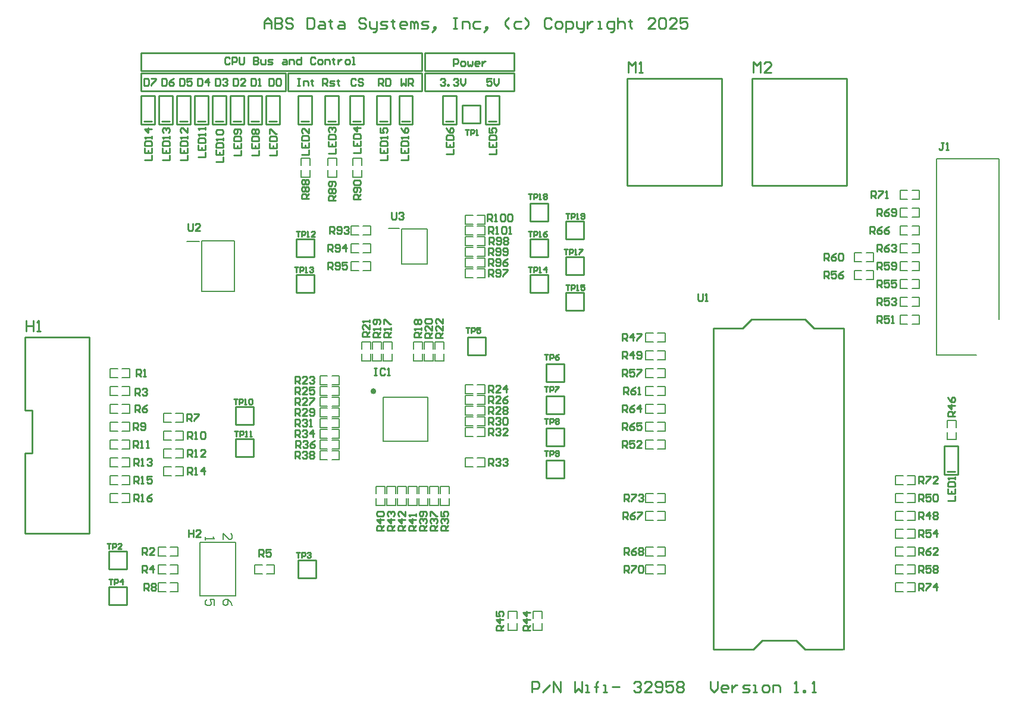
<source format=gto>
G04*
G04 #@! TF.GenerationSoftware,Altium Limited,Altium Designer,22.3.1 (43)*
G04*
G04 Layer_Color=65535*
%FSLAX25Y25*%
%MOIN*%
G70*
G04*
G04 #@! TF.SameCoordinates,C488EDB3-D5C6-4A86-98F8-C412E4F75817*
G04*
G04*
G04 #@! TF.FilePolarity,Positive*
G04*
G01*
G75*
%ADD10C,0.01575*%
%ADD11C,0.01000*%
%ADD12C,0.00500*%
%ADD13C,0.00787*%
%ADD14C,0.00800*%
D10*
X202776Y179748D02*
G03*
X202776Y179748I-787J0D01*
G01*
D11*
X231000Y348000D02*
X281000D01*
X231000Y358000D02*
X281000D01*
Y348000D02*
Y358000D01*
X231000Y348000D02*
Y358000D01*
Y359500D02*
X281000D01*
X231000Y369500D02*
X281000D01*
Y359500D02*
Y369500D01*
X231000Y359500D02*
Y369500D01*
X71750Y359500D02*
X229250D01*
X71750Y369500D02*
X229250D01*
Y359500D02*
Y369500D01*
X71750Y359500D02*
Y369500D01*
X154200Y348000D02*
X229200D01*
X154200Y358000D02*
X229200D01*
Y348000D02*
Y358000D01*
X154200Y348000D02*
Y358000D01*
X71700Y348000D02*
X152700D01*
X71700Y358000D02*
X152700D01*
Y348000D02*
Y358000D01*
X71700Y348000D02*
Y358000D01*
X522000Y133150D02*
Y149150D01*
X529500D01*
Y133150D02*
Y149150D01*
X522000Y133150D02*
X529500D01*
X523500Y134650D02*
X528000D01*
X160000Y329500D02*
Y345500D01*
X167500D01*
Y329500D02*
Y345500D01*
X160000Y329500D02*
X167500D01*
X161500Y331000D02*
X166000D01*
X175000Y329500D02*
Y345500D01*
X182500D01*
Y329500D02*
Y345500D01*
X175000Y329500D02*
X182500D01*
X176500Y331000D02*
X181000D01*
X189000Y329500D02*
Y345500D01*
X196500D01*
Y329500D02*
Y345500D01*
X189000Y329500D02*
X196500D01*
X190500Y331000D02*
X195000D01*
X265000Y329500D02*
Y345500D01*
X272500D01*
Y329500D02*
Y345500D01*
X265000Y329500D02*
X272500D01*
X266500Y331000D02*
X271000D01*
X241000Y329500D02*
Y345500D01*
X248500D01*
Y329500D02*
Y345500D01*
X241000Y329500D02*
X248500D01*
X242500Y331000D02*
X247000D01*
X142000Y329500D02*
Y345500D01*
X149500D01*
Y329500D02*
Y345500D01*
X142000Y329500D02*
X149500D01*
X143500Y331000D02*
X148000D01*
X132000Y329500D02*
Y345500D01*
X139500D01*
Y329500D02*
Y345500D01*
X132000Y329500D02*
X139500D01*
X133500Y331000D02*
X138000D01*
X122000Y329500D02*
Y345500D01*
X129500D01*
Y329500D02*
Y345500D01*
X122000Y329500D02*
X129500D01*
X123500Y331000D02*
X128000D01*
X112000Y329500D02*
Y345500D01*
X119500D01*
Y329500D02*
Y345500D01*
X112000Y329500D02*
X119500D01*
X113500Y331000D02*
X118000D01*
X102000Y329500D02*
Y345500D01*
X109500D01*
Y329500D02*
Y345500D01*
X102000Y329500D02*
X109500D01*
X103500Y331000D02*
X108000D01*
X92000Y329500D02*
Y345500D01*
X99500D01*
Y329500D02*
Y345500D01*
X92000Y329500D02*
X99500D01*
X93500Y331000D02*
X98000D01*
X82000Y329500D02*
Y345500D01*
X89500D01*
Y329500D02*
Y345500D01*
X82000Y329500D02*
X89500D01*
X83500Y331000D02*
X88000D01*
X72000Y329500D02*
Y345500D01*
X79500D01*
Y329500D02*
Y345500D01*
X72000Y329500D02*
X79500D01*
X73500Y331000D02*
X78000D01*
X204000Y329500D02*
Y345500D01*
X211500D01*
Y329500D02*
Y345500D01*
X204000Y329500D02*
X211500D01*
X205500Y331000D02*
X210000D01*
X216500Y329500D02*
Y345500D01*
X224000D01*
Y329500D02*
Y345500D01*
X216500Y329500D02*
X224000D01*
X218000Y331000D02*
X222500D01*
X444000Y35000D02*
X465000D01*
X392500Y215000D02*
X409000D01*
X449000D02*
X465500D01*
Y35000D02*
Y215000D01*
X392500Y35000D02*
Y215000D01*
X414000Y220000D02*
X444000D01*
X409000Y215000D02*
X414000Y220000D01*
X444000D02*
X449000Y215000D01*
X415000Y35000D02*
X420000Y40000D01*
X439000D01*
X444000Y35000D01*
X393000D02*
X415000D01*
X11000Y165000D02*
Y169000D01*
X7000D02*
X11000D01*
X7000Y210000D02*
X43000D01*
Y100000D02*
Y210000D01*
X7000Y100000D02*
X43000D01*
X7000D02*
Y145000D01*
Y169000D02*
Y210000D01*
Y145000D02*
X11000D01*
Y165000D01*
X262000Y330000D02*
Y340000D01*
X252000Y330000D02*
X262000D01*
X252000D02*
Y340000D01*
X262000D01*
X260000Y330000D02*
X262000D01*
X64000Y80000D02*
Y90000D01*
X54000Y80000D02*
X64000D01*
X54000D02*
Y90000D01*
X64000D01*
X62000Y80000D02*
X64000D01*
X170000Y75000D02*
Y85000D01*
X160000Y75000D02*
X170000D01*
X160000D02*
Y85000D01*
X170000D01*
X168000Y75000D02*
X170000D01*
X64000Y60000D02*
Y70000D01*
X54000Y60000D02*
X64000D01*
X54000D02*
Y70000D01*
X64000D01*
X62000Y60000D02*
X64000D01*
X265000Y200000D02*
Y210000D01*
X255000Y200000D02*
X265000D01*
X255000D02*
Y210000D01*
X265000D01*
X263000Y200000D02*
X265000D01*
X309000Y185000D02*
Y195000D01*
X299000Y185000D02*
X309000D01*
X299000D02*
Y195000D01*
X309000D01*
X307000Y185000D02*
X309000D01*
Y167000D02*
Y177000D01*
X299000Y167000D02*
X309000D01*
X299000D02*
Y177000D01*
X309000D01*
X307000Y167000D02*
X309000D01*
Y149000D02*
Y159000D01*
X299000Y149000D02*
X309000D01*
X299000D02*
Y159000D01*
X309000D01*
X307000Y149000D02*
X309000D01*
Y131000D02*
Y141000D01*
X299000Y131000D02*
X309000D01*
X299000D02*
Y141000D01*
X309000D01*
X307000Y131000D02*
X309000D01*
X135000Y161000D02*
Y171000D01*
X125000Y161000D02*
X135000D01*
X125000D02*
Y171000D01*
X135000D01*
X133000Y161000D02*
X135000D01*
Y143000D02*
Y153000D01*
X125000Y143000D02*
X135000D01*
X125000D02*
Y153000D01*
X135000D01*
X133000Y143000D02*
X135000D01*
X169000Y255000D02*
Y265000D01*
X159000Y255000D02*
X169000D01*
X159000D02*
Y265000D01*
X169000D01*
X167000Y255000D02*
X169000D01*
Y235000D02*
Y245000D01*
X159000Y235000D02*
X169000D01*
X159000D02*
Y245000D01*
X169000D01*
X167000Y235000D02*
X169000D01*
X300000D02*
Y245000D01*
X290000Y235000D02*
X300000D01*
X290000D02*
Y245000D01*
X300000D01*
X298000Y235000D02*
X300000D01*
X320000Y225000D02*
Y235000D01*
X310000Y225000D02*
X320000D01*
X310000D02*
Y235000D01*
X320000D01*
X318000Y225000D02*
X320000D01*
X300000Y255000D02*
Y265000D01*
X290000Y255000D02*
X300000D01*
X290000D02*
Y265000D01*
X300000D01*
X298000Y255000D02*
X300000D01*
X320000Y245000D02*
Y255000D01*
X310000Y245000D02*
X320000D01*
X310000D02*
Y255000D01*
X320000D01*
X318000Y245000D02*
X320000D01*
X300000Y275000D02*
Y285000D01*
X290000Y275000D02*
X300000D01*
X290000D02*
Y285000D01*
X300000D01*
X298000Y275000D02*
X300000D01*
X320000Y265000D02*
Y275000D01*
X310000Y265000D02*
X320000D01*
X310000D02*
Y275000D01*
X320000D01*
X318000Y265000D02*
X320000D01*
X344130Y295000D02*
Y355000D01*
Y295000D02*
X397130D01*
Y355000D01*
X344130D02*
X397130D01*
X414130Y295000D02*
Y355000D01*
Y295000D02*
X467130D01*
Y355000D01*
X414130D02*
X467130D01*
X291000Y11000D02*
Y16998D01*
X293999D01*
X294999Y15998D01*
Y13999D01*
X293999Y12999D01*
X291000D01*
X296998Y11000D02*
X300997Y14999D01*
X302996Y11000D02*
Y16998D01*
X306995Y11000D01*
Y16998D01*
X314992D02*
Y11000D01*
X316992Y12999D01*
X318991Y11000D01*
Y16998D01*
X320990Y11000D02*
X322990D01*
X321990D01*
Y14999D01*
X320990D01*
X326988Y11000D02*
Y15998D01*
Y13999D01*
X325989D01*
X327988D01*
X326988D01*
Y15998D01*
X327988Y16998D01*
X330987Y11000D02*
X332986D01*
X331987D01*
Y14999D01*
X330987D01*
X335985Y13999D02*
X339984D01*
X347982Y15998D02*
X348981Y16998D01*
X350981D01*
X351980Y15998D01*
Y14999D01*
X350981Y13999D01*
X349981D01*
X350981D01*
X351980Y12999D01*
Y12000D01*
X350981Y11000D01*
X348981D01*
X347982Y12000D01*
X357978Y11000D02*
X353980D01*
X357978Y14999D01*
Y15998D01*
X356979Y16998D01*
X354979D01*
X353980Y15998D01*
X359978Y12000D02*
X360977Y11000D01*
X362977D01*
X363976Y12000D01*
Y15998D01*
X362977Y16998D01*
X360977D01*
X359978Y15998D01*
Y14999D01*
X360977Y13999D01*
X363976D01*
X369974Y16998D02*
X365976D01*
Y13999D01*
X367975Y14999D01*
X368975D01*
X369974Y13999D01*
Y12000D01*
X368975Y11000D01*
X366975D01*
X365976Y12000D01*
X371974Y15998D02*
X372973Y16998D01*
X374973D01*
X375973Y15998D01*
Y14999D01*
X374973Y13999D01*
X375973Y12999D01*
Y12000D01*
X374973Y11000D01*
X372973D01*
X371974Y12000D01*
Y12999D01*
X372973Y13999D01*
X371974Y14999D01*
Y15998D01*
X372973Y13999D02*
X374973D01*
X391000Y16998D02*
Y12999D01*
X392999Y11000D01*
X394999Y12999D01*
Y16998D01*
X399997Y11000D02*
X397998D01*
X396998Y12000D01*
Y13999D01*
X397998Y14999D01*
X399997D01*
X400997Y13999D01*
Y12999D01*
X396998D01*
X402996Y14999D02*
Y11000D01*
Y12999D01*
X403996Y13999D01*
X404995Y14999D01*
X405995D01*
X408994Y11000D02*
X411993D01*
X412993Y12000D01*
X411993Y12999D01*
X409994D01*
X408994Y13999D01*
X409994Y14999D01*
X412993D01*
X414992Y11000D02*
X416992D01*
X415992D01*
Y14999D01*
X414992D01*
X420990Y11000D02*
X422990D01*
X423989Y12000D01*
Y13999D01*
X422990Y14999D01*
X420990D01*
X419991Y13999D01*
Y12000D01*
X420990Y11000D01*
X425989D02*
Y14999D01*
X428988D01*
X429987Y13999D01*
Y11000D01*
X437985D02*
X439984D01*
X438984D01*
Y16998D01*
X437985Y15998D01*
X442983Y11000D02*
Y12000D01*
X443983D01*
Y11000D01*
X442983D01*
X447982D02*
X449981D01*
X448981D01*
Y16998D01*
X447982Y15998D01*
X141000Y382999D02*
Y386998D01*
X142999Y388997D01*
X144999Y386998D01*
Y382999D01*
Y385998D01*
X141000D01*
X146998Y388997D02*
Y382999D01*
X149997D01*
X150997Y383999D01*
Y384999D01*
X149997Y385998D01*
X146998D01*
X149997D01*
X150997Y386998D01*
Y387998D01*
X149997Y388997D01*
X146998D01*
X156995Y387998D02*
X155995Y388997D01*
X153996D01*
X152996Y387998D01*
Y386998D01*
X153996Y385998D01*
X155995D01*
X156995Y384999D01*
Y383999D01*
X155995Y382999D01*
X153996D01*
X152996Y383999D01*
X164992Y388997D02*
Y382999D01*
X167991D01*
X168991Y383999D01*
Y387998D01*
X167991Y388997D01*
X164992D01*
X171990Y386998D02*
X173989D01*
X174989Y385998D01*
Y382999D01*
X171990D01*
X170990Y383999D01*
X171990Y384999D01*
X174989D01*
X177988Y387998D02*
Y386998D01*
X176988D01*
X178988D01*
X177988D01*
Y383999D01*
X178988Y382999D01*
X182986Y386998D02*
X184986D01*
X185985Y385998D01*
Y382999D01*
X182986D01*
X181987Y383999D01*
X182986Y384999D01*
X185985D01*
X197982Y387998D02*
X196982Y388997D01*
X194983D01*
X193983Y387998D01*
Y386998D01*
X194983Y385998D01*
X196982D01*
X197982Y384999D01*
Y383999D01*
X196982Y382999D01*
X194983D01*
X193983Y383999D01*
X199981Y386998D02*
Y383999D01*
X200981Y382999D01*
X203980D01*
Y382000D01*
X202980Y381000D01*
X201980D01*
X203980Y382999D02*
Y386998D01*
X205979Y382999D02*
X208978D01*
X209978Y383999D01*
X208978Y384999D01*
X206979D01*
X205979Y385998D01*
X206979Y386998D01*
X209978D01*
X212977Y387998D02*
Y386998D01*
X211977D01*
X213976D01*
X212977D01*
Y383999D01*
X213976Y382999D01*
X219974D02*
X217975D01*
X216975Y383999D01*
Y385998D01*
X217975Y386998D01*
X219974D01*
X220974Y385998D01*
Y384999D01*
X216975D01*
X222973Y382999D02*
Y386998D01*
X223973D01*
X224973Y385998D01*
Y382999D01*
Y385998D01*
X225973Y386998D01*
X226972Y385998D01*
Y382999D01*
X228972D02*
X231971D01*
X232970Y383999D01*
X231971Y384999D01*
X229971D01*
X228972Y385998D01*
X229971Y386998D01*
X232970D01*
X235969Y382000D02*
X236969Y382999D01*
Y383999D01*
X235969D01*
Y382999D01*
X236969D01*
X235969Y382000D01*
X234970Y381000D01*
X246966Y388997D02*
X248965D01*
X247965D01*
Y382999D01*
X246966D01*
X248965D01*
X251964D02*
Y386998D01*
X254963D01*
X255963Y385998D01*
Y382999D01*
X261961Y386998D02*
X258962D01*
X257962Y385998D01*
Y383999D01*
X258962Y382999D01*
X261961D01*
X264960Y382000D02*
X265960Y382999D01*
Y383999D01*
X264960D01*
Y382999D01*
X265960D01*
X264960Y382000D01*
X263960Y381000D01*
X277956Y382999D02*
X275956Y384999D01*
Y386998D01*
X277956Y388997D01*
X284953Y386998D02*
X281954D01*
X280955Y385998D01*
Y383999D01*
X281954Y382999D01*
X284953D01*
X286953D02*
X288952Y384999D01*
Y386998D01*
X286953Y388997D01*
X301948Y387998D02*
X300948Y388997D01*
X298949D01*
X297949Y387998D01*
Y383999D01*
X298949Y382999D01*
X300948D01*
X301948Y383999D01*
X304947Y382999D02*
X306946D01*
X307946Y383999D01*
Y385998D01*
X306946Y386998D01*
X304947D01*
X303947Y385998D01*
Y383999D01*
X304947Y382999D01*
X309945Y381000D02*
Y386998D01*
X312944D01*
X313944Y385998D01*
Y383999D01*
X312944Y382999D01*
X309945D01*
X315943Y386998D02*
Y383999D01*
X316943Y382999D01*
X319942D01*
Y382000D01*
X318942Y381000D01*
X317943D01*
X319942Y382999D02*
Y386998D01*
X321941D02*
Y382999D01*
Y384999D01*
X322941Y385998D01*
X323941Y386998D01*
X324940D01*
X327940Y382999D02*
X329939D01*
X328939D01*
Y386998D01*
X327940D01*
X334937Y381000D02*
X335937D01*
X336937Y382000D01*
Y386998D01*
X333938D01*
X332938Y385998D01*
Y383999D01*
X333938Y382999D01*
X336937D01*
X338936Y388997D02*
Y382999D01*
Y385998D01*
X339936Y386998D01*
X341935D01*
X342935Y385998D01*
Y382999D01*
X345934Y387998D02*
Y386998D01*
X344934D01*
X346933D01*
X345934D01*
Y383999D01*
X346933Y382999D01*
X359929D02*
X355930D01*
X359929Y386998D01*
Y387998D01*
X358929Y388997D01*
X356930D01*
X355930Y387998D01*
X361929D02*
X362928Y388997D01*
X364928D01*
X365927Y387998D01*
Y383999D01*
X364928Y382999D01*
X362928D01*
X361929Y383999D01*
Y387998D01*
X371925Y382999D02*
X367927D01*
X371925Y386998D01*
Y387998D01*
X370926Y388997D01*
X368926D01*
X367927Y387998D01*
X377923Y388997D02*
X373925D01*
Y385998D01*
X375924Y386998D01*
X376924D01*
X377923Y385998D01*
Y383999D01*
X376924Y382999D01*
X374924D01*
X373925Y383999D01*
X123500Y354999D02*
Y351000D01*
X125499D01*
X126166Y351666D01*
Y354332D01*
X125499Y354999D01*
X123500D01*
X130165Y351000D02*
X127499D01*
X130165Y353666D01*
Y354332D01*
X129498Y354999D01*
X128165D01*
X127499Y354332D01*
X217500Y354999D02*
Y351000D01*
X218833Y352333D01*
X220166Y351000D01*
Y354999D01*
X221499Y351000D02*
Y354999D01*
X223498D01*
X224165Y354332D01*
Y352999D01*
X223498Y352333D01*
X221499D01*
X222832D02*
X224165Y351000D01*
X133500Y354999D02*
Y351000D01*
X135499D01*
X136166Y351666D01*
Y354332D01*
X135499Y354999D01*
X133500D01*
X137499Y351000D02*
X138832D01*
X138165D01*
Y354999D01*
X137499Y354332D01*
X143500Y354999D02*
Y351000D01*
X145499D01*
X146166Y351666D01*
Y354332D01*
X145499Y354999D01*
X143500D01*
X147499Y354332D02*
X148165Y354999D01*
X149498D01*
X150164Y354332D01*
Y351666D01*
X149498Y351000D01*
X148165D01*
X147499Y351666D01*
Y354332D01*
X159500Y355148D02*
X160833D01*
X160167D01*
Y351150D01*
X159500D01*
X160833D01*
X162832D02*
Y353815D01*
X164832D01*
X165498Y353149D01*
Y351150D01*
X167497Y354482D02*
Y353815D01*
X166831D01*
X168164D01*
X167497D01*
Y351816D01*
X168164Y351150D01*
X173500Y351000D02*
Y354999D01*
X175499D01*
X176166Y354332D01*
Y352999D01*
X175499Y352333D01*
X173500D01*
X174833D02*
X176166Y351000D01*
X177499D02*
X179498D01*
X180165Y351666D01*
X179498Y352333D01*
X178165D01*
X177499Y352999D01*
X178165Y353666D01*
X180165D01*
X182164Y354332D02*
Y353666D01*
X181497D01*
X182830D01*
X182164D01*
Y351666D01*
X182830Y351000D01*
X192166Y354332D02*
X191499Y354999D01*
X190166D01*
X189500Y354332D01*
Y351666D01*
X190166Y351000D01*
X191499D01*
X192166Y351666D01*
X196165Y354332D02*
X195498Y354999D01*
X194165D01*
X193499Y354332D01*
Y353666D01*
X194165Y352999D01*
X195498D01*
X196165Y352333D01*
Y351666D01*
X195498Y351000D01*
X194165D01*
X193499Y351666D01*
X121666Y366332D02*
X120999Y366999D01*
X119667D01*
X119000Y366332D01*
Y363666D01*
X119667Y363000D01*
X120999D01*
X121666Y363666D01*
X122999Y363000D02*
Y366999D01*
X124998D01*
X125664Y366332D01*
Y364999D01*
X124998Y364333D01*
X122999D01*
X126997Y366999D02*
Y363666D01*
X127664Y363000D01*
X128997D01*
X129663Y363666D01*
Y366999D01*
X134995D02*
Y363000D01*
X136994D01*
X137661Y363666D01*
Y364333D01*
X136994Y364999D01*
X134995D01*
X136994D01*
X137661Y365666D01*
Y366332D01*
X136994Y366999D01*
X134995D01*
X138994Y365666D02*
Y363666D01*
X139660Y363000D01*
X141659D01*
Y365666D01*
X142992Y363000D02*
X144992D01*
X145658Y363666D01*
X144992Y364333D01*
X143659D01*
X142992Y364999D01*
X143659Y365666D01*
X145658D01*
X151656D02*
X152989D01*
X153656Y364999D01*
Y363000D01*
X151656D01*
X150990Y363666D01*
X151656Y364333D01*
X153656D01*
X154988Y363000D02*
Y365666D01*
X156988D01*
X157654Y364999D01*
Y363000D01*
X161653Y366999D02*
Y363000D01*
X159653D01*
X158987Y363666D01*
Y364999D01*
X159653Y365666D01*
X161653D01*
X169650Y366332D02*
X168984Y366999D01*
X167651D01*
X166984Y366332D01*
Y363666D01*
X167651Y363000D01*
X168984D01*
X169650Y363666D01*
X171650Y363000D02*
X172983D01*
X173649Y363666D01*
Y364999D01*
X172983Y365666D01*
X171650D01*
X170983Y364999D01*
Y363666D01*
X171650Y363000D01*
X174982D02*
Y365666D01*
X176981D01*
X177648Y364999D01*
Y363000D01*
X179647Y366332D02*
Y365666D01*
X178981D01*
X180314D01*
X179647D01*
Y363666D01*
X180314Y363000D01*
X182313Y365666D02*
Y363000D01*
Y364333D01*
X182979Y364999D01*
X183646Y365666D01*
X184312D01*
X186978Y363000D02*
X188311D01*
X188977Y363666D01*
Y364999D01*
X188311Y365666D01*
X186978D01*
X186312Y364999D01*
Y363666D01*
X186978Y363000D01*
X190310D02*
X191643D01*
X190977D01*
Y366999D01*
X190310D01*
X93500Y354999D02*
Y351000D01*
X95499D01*
X96166Y351666D01*
Y354332D01*
X95499Y354999D01*
X93500D01*
X100164D02*
X97499D01*
Y352999D01*
X98832Y353666D01*
X99498D01*
X100164Y352999D01*
Y351666D01*
X99498Y351000D01*
X98165D01*
X97499Y351666D01*
X83500Y354999D02*
Y351000D01*
X85499D01*
X86166Y351666D01*
Y354332D01*
X85499Y354999D01*
X83500D01*
X90165D02*
X88832Y354332D01*
X87499Y352999D01*
Y351666D01*
X88165Y351000D01*
X89498D01*
X90165Y351666D01*
Y352333D01*
X89498Y352999D01*
X87499D01*
X73500Y354999D02*
Y351000D01*
X75499D01*
X76166Y351666D01*
Y354332D01*
X75499Y354999D01*
X73500D01*
X77499D02*
X80164D01*
Y354332D01*
X77499Y351666D01*
Y351000D01*
X103500Y354999D02*
Y351000D01*
X105499D01*
X106166Y351666D01*
Y354332D01*
X105499Y354999D01*
X103500D01*
X109498Y351000D02*
Y354999D01*
X107499Y352999D01*
X110164D01*
X113500Y354999D02*
Y351000D01*
X115499D01*
X116166Y351666D01*
Y354332D01*
X115499Y354999D01*
X113500D01*
X117499Y354332D02*
X118165Y354999D01*
X119498D01*
X120165Y354332D01*
Y353666D01*
X119498Y352999D01*
X118832D01*
X119498D01*
X120165Y352333D01*
Y351666D01*
X119498Y351000D01*
X118165D01*
X117499Y351666D01*
X205000Y351000D02*
Y354999D01*
X206999D01*
X207666Y354332D01*
Y352999D01*
X206999Y352333D01*
X205000D01*
X206333D02*
X207666Y351000D01*
X208999Y354999D02*
Y351000D01*
X210998D01*
X211665Y351666D01*
Y354332D01*
X210998Y354999D01*
X208999D01*
X247000Y362000D02*
Y365999D01*
X248999D01*
X249666Y365332D01*
Y363999D01*
X248999Y363333D01*
X247000D01*
X251665Y362000D02*
X252998D01*
X253664Y362666D01*
Y363999D01*
X252998Y364666D01*
X251665D01*
X250999Y363999D01*
Y362666D01*
X251665Y362000D01*
X254997Y364666D02*
Y362666D01*
X255664Y362000D01*
X256330Y362666D01*
X256997Y362000D01*
X257663Y362666D01*
Y364666D01*
X260996Y362000D02*
X259663D01*
X258996Y362666D01*
Y363999D01*
X259663Y364666D01*
X260996D01*
X261662Y363999D01*
Y363333D01*
X258996D01*
X262995Y364666D02*
Y362000D01*
Y363333D01*
X263661Y363999D01*
X264328Y364666D01*
X264994D01*
X268244Y355148D02*
X265578D01*
Y353149D01*
X266911Y353815D01*
X267578D01*
X268244Y353149D01*
Y351816D01*
X267578Y351150D01*
X266245D01*
X265578Y351816D01*
X269577Y355148D02*
Y352483D01*
X270910Y351150D01*
X272243Y352483D01*
Y355148D01*
X239500Y354482D02*
X240166Y355148D01*
X241499D01*
X242166Y354482D01*
Y353815D01*
X241499Y353149D01*
X240833D01*
X241499D01*
X242166Y352483D01*
Y351816D01*
X241499Y351150D01*
X240166D01*
X239500Y351816D01*
X243499Y351150D02*
Y351816D01*
X244165D01*
Y351150D01*
X243499D01*
X246831Y354482D02*
X247497Y355148D01*
X248830D01*
X249497Y354482D01*
Y353815D01*
X248830Y353149D01*
X248164D01*
X248830D01*
X249497Y352483D01*
Y351816D01*
X248830Y351150D01*
X247497D01*
X246831Y351816D01*
X250830Y355148D02*
Y352483D01*
X252163Y351150D01*
X253496Y352483D01*
Y355148D01*
X274999Y45668D02*
X271001D01*
Y47668D01*
X271667Y48334D01*
X273000D01*
X273666Y47668D01*
Y45668D01*
Y47001D02*
X274999Y48334D01*
Y51666D02*
X271001D01*
X273000Y49667D01*
Y52333D01*
X271001Y56332D02*
Y53666D01*
X273000D01*
X272334Y54999D01*
Y55665D01*
X273000Y56332D01*
X274333D01*
X274999Y55665D01*
Y54332D01*
X274333Y53666D01*
X289999Y45668D02*
X286001D01*
Y47668D01*
X286667Y48334D01*
X288000D01*
X288666Y47668D01*
Y45668D01*
Y47001D02*
X289999Y48334D01*
Y51666D02*
X286001D01*
X288000Y49667D01*
Y52333D01*
X289999Y55665D02*
X286001D01*
X288000Y53666D01*
Y56332D01*
X383982Y234348D02*
Y231016D01*
X384648Y230350D01*
X385981D01*
X386648Y231016D01*
Y234348D01*
X387981Y230350D02*
X389314D01*
X388647D01*
Y234348D01*
X387981Y233682D01*
X212116Y280148D02*
Y276816D01*
X212783Y276150D01*
X214116D01*
X214782Y276816D01*
Y280148D01*
X216115Y279482D02*
X216781Y280148D01*
X218114D01*
X218781Y279482D01*
Y278816D01*
X218114Y278149D01*
X217448D01*
X218114D01*
X218781Y277483D01*
Y276816D01*
X218114Y276150D01*
X216781D01*
X216115Y276816D01*
X98016Y273848D02*
Y270516D01*
X98683Y269850D01*
X100016D01*
X100682Y270516D01*
Y273848D01*
X104681Y269850D02*
X102015D01*
X104681Y272516D01*
Y273182D01*
X104015Y273848D01*
X102682D01*
X102015Y273182D01*
X309752Y279500D02*
X311751D01*
X310751D01*
Y276501D01*
X312751D02*
Y279500D01*
X314250D01*
X314750Y279000D01*
Y278000D01*
X314250Y277500D01*
X312751D01*
X315750Y276501D02*
X316749D01*
X316250D01*
Y279500D01*
X315750Y279000D01*
X318249Y277000D02*
X318749Y276501D01*
X319748D01*
X320248Y277000D01*
Y279000D01*
X319748Y279500D01*
X318749D01*
X318249Y279000D01*
Y278500D01*
X318749Y278000D01*
X320248D01*
X288752Y290499D02*
X290751D01*
X289751D01*
Y287501D01*
X291751D02*
Y290499D01*
X293250D01*
X293750Y290000D01*
Y289000D01*
X293250Y288500D01*
X291751D01*
X294750Y287501D02*
X295749D01*
X295250D01*
Y290499D01*
X294750Y290000D01*
X297249D02*
X297749Y290499D01*
X298748D01*
X299248Y290000D01*
Y289500D01*
X298748Y289000D01*
X299248Y288500D01*
Y288000D01*
X298748Y287501D01*
X297749D01*
X297249Y288000D01*
Y288500D01*
X297749Y289000D01*
X297249Y289500D01*
Y290000D01*
X297749Y289000D02*
X298748D01*
X308752Y259500D02*
X310751D01*
X309751D01*
Y256501D01*
X311751D02*
Y259500D01*
X313250D01*
X313750Y259000D01*
Y258000D01*
X313250Y257500D01*
X311751D01*
X314750Y256501D02*
X315749D01*
X315250D01*
Y259500D01*
X314750Y259000D01*
X317249Y259500D02*
X319248D01*
Y259000D01*
X317249Y257000D01*
Y256501D01*
X288752Y269499D02*
X290751D01*
X289751D01*
Y266500D01*
X291751D02*
Y269499D01*
X293250D01*
X293750Y269000D01*
Y268000D01*
X293250Y267500D01*
X291751D01*
X294750Y266500D02*
X295749D01*
X295250D01*
Y269499D01*
X294750Y269000D01*
X299248Y269499D02*
X298249Y269000D01*
X297249Y268000D01*
Y267000D01*
X297749Y266500D01*
X298748D01*
X299248Y267000D01*
Y267500D01*
X298748Y268000D01*
X297249D01*
X309752Y239499D02*
X311751D01*
X310751D01*
Y236501D01*
X312751D02*
Y239499D01*
X314250D01*
X314750Y239000D01*
Y238000D01*
X314250Y237500D01*
X312751D01*
X315750Y236501D02*
X316749D01*
X316250D01*
Y239499D01*
X315750Y239000D01*
X320248Y239499D02*
X318249D01*
Y238000D01*
X319249Y238500D01*
X319748D01*
X320248Y238000D01*
Y237000D01*
X319748Y236501D01*
X318749D01*
X318249Y237000D01*
X288752Y249500D02*
X290751D01*
X289751D01*
Y246500D01*
X291751D02*
Y249500D01*
X293250D01*
X293750Y249000D01*
Y248000D01*
X293250Y247500D01*
X291751D01*
X294750Y246500D02*
X295749D01*
X295250D01*
Y249500D01*
X294750Y249000D01*
X298748Y246500D02*
Y249500D01*
X297249Y248000D01*
X299248D01*
X157752Y249500D02*
X159751D01*
X158751D01*
Y246500D01*
X160751D02*
Y249500D01*
X162250D01*
X162750Y249000D01*
Y248000D01*
X162250Y247500D01*
X160751D01*
X163750Y246500D02*
X164749D01*
X164250D01*
Y249500D01*
X163750Y249000D01*
X166249D02*
X166749Y249500D01*
X167748D01*
X168248Y249000D01*
Y248500D01*
X167748Y248000D01*
X167249D01*
X167748D01*
X168248Y247500D01*
Y247000D01*
X167748Y246500D01*
X166749D01*
X166249Y247000D01*
X158752Y269499D02*
X160751D01*
X159751D01*
Y266500D01*
X161751D02*
Y269499D01*
X163250D01*
X163750Y269000D01*
Y268000D01*
X163250Y267500D01*
X161751D01*
X164750Y266500D02*
X165749D01*
X165250D01*
Y269499D01*
X164750Y269000D01*
X169248Y266500D02*
X167249D01*
X169248Y268500D01*
Y269000D01*
X168748Y269499D01*
X167749D01*
X167249Y269000D01*
X124251Y157500D02*
X126251D01*
X125251D01*
Y154500D01*
X127251D02*
Y157500D01*
X128750D01*
X129250Y157000D01*
Y156000D01*
X128750Y155500D01*
X127251D01*
X130250Y154500D02*
X131249D01*
X130749D01*
Y157500D01*
X130250Y157000D01*
X132749Y154500D02*
X133748D01*
X133249D01*
Y157500D01*
X132749Y157000D01*
X123752Y175499D02*
X125751D01*
X124751D01*
Y172501D01*
X126751D02*
Y175499D01*
X128250D01*
X128750Y175000D01*
Y174000D01*
X128250Y173500D01*
X126751D01*
X129750Y172501D02*
X130749D01*
X130250D01*
Y175499D01*
X129750Y175000D01*
X132249D02*
X132749Y175499D01*
X133748D01*
X134248Y175000D01*
Y173000D01*
X133748Y172501D01*
X132749D01*
X132249Y173000D01*
Y175000D01*
X298001Y146500D02*
X300001D01*
X299001D01*
Y143500D01*
X301000D02*
Y146500D01*
X302500D01*
X303000Y146000D01*
Y145000D01*
X302500Y144500D01*
X301000D01*
X303999Y144000D02*
X304499Y143500D01*
X305499D01*
X305999Y144000D01*
Y146000D01*
X305499Y146500D01*
X304499D01*
X303999Y146000D01*
Y145500D01*
X304499Y145000D01*
X305999D01*
X298001Y164499D02*
X300001D01*
X299001D01*
Y161501D01*
X301000D02*
Y164499D01*
X302500D01*
X303000Y164000D01*
Y163000D01*
X302500Y162500D01*
X301000D01*
X303999Y164000D02*
X304499Y164499D01*
X305499D01*
X305999Y164000D01*
Y163500D01*
X305499Y163000D01*
X305999Y162500D01*
Y162000D01*
X305499Y161501D01*
X304499D01*
X303999Y162000D01*
Y162500D01*
X304499Y163000D01*
X303999Y163500D01*
Y164000D01*
X304499Y163000D02*
X305499D01*
X298001Y182500D02*
X300001D01*
X299001D01*
Y179500D01*
X301000D02*
Y182500D01*
X302500D01*
X303000Y182000D01*
Y181000D01*
X302500Y180500D01*
X301000D01*
X303999Y182500D02*
X305999D01*
Y182000D01*
X303999Y180000D01*
Y179500D01*
X298001Y200500D02*
X300001D01*
X299001D01*
Y197501D01*
X301000D02*
Y200500D01*
X302500D01*
X303000Y200000D01*
Y199000D01*
X302500Y198500D01*
X301000D01*
X305999Y200500D02*
X304999Y200000D01*
X303999Y199000D01*
Y198000D01*
X304499Y197501D01*
X305499D01*
X305999Y198000D01*
Y198500D01*
X305499Y199000D01*
X303999D01*
X254001Y215499D02*
X256001D01*
X255001D01*
Y212501D01*
X257000D02*
Y215499D01*
X258500D01*
X259000Y215000D01*
Y214000D01*
X258500Y213500D01*
X257000D01*
X261999Y215499D02*
X259999D01*
Y214000D01*
X260999Y214500D01*
X261499D01*
X261999Y214000D01*
Y213000D01*
X261499Y212501D01*
X260499D01*
X259999Y213000D01*
X54001Y74499D02*
X56001D01*
X55001D01*
Y71500D01*
X57000D02*
Y74499D01*
X58500D01*
X59000Y74000D01*
Y73000D01*
X58500Y72500D01*
X57000D01*
X61499Y71500D02*
Y74499D01*
X59999Y73000D01*
X61999D01*
X159001Y89499D02*
X161001D01*
X160001D01*
Y86501D01*
X162000D02*
Y89499D01*
X163500D01*
X164000Y89000D01*
Y88000D01*
X163500Y87500D01*
X162000D01*
X164999Y89000D02*
X165499Y89499D01*
X166499D01*
X166999Y89000D01*
Y88500D01*
X166499Y88000D01*
X165999D01*
X166499D01*
X166999Y87500D01*
Y87000D01*
X166499Y86501D01*
X165499D01*
X164999Y87000D01*
X53001Y94499D02*
X55001D01*
X54001D01*
Y91501D01*
X56000D02*
Y94499D01*
X57500D01*
X58000Y94000D01*
Y93000D01*
X57500Y92500D01*
X56000D01*
X60999Y91501D02*
X58999D01*
X60999Y93500D01*
Y94000D01*
X60499Y94499D01*
X59499D01*
X58999Y94000D01*
X253501Y326500D02*
X255501D01*
X254501D01*
Y323500D01*
X256500D02*
Y326500D01*
X258000D01*
X258500Y326000D01*
Y325000D01*
X258000Y324500D01*
X256500D01*
X259499Y323500D02*
X260499D01*
X259999D01*
Y326500D01*
X259499Y326000D01*
X266669Y268001D02*
Y271999D01*
X268668D01*
X269335Y271333D01*
Y270000D01*
X268668Y269334D01*
X266669D01*
X268002D02*
X269335Y268001D01*
X270667D02*
X272000D01*
X271334D01*
Y271999D01*
X270667Y271333D01*
X274000D02*
X274666Y271999D01*
X275999D01*
X276665Y271333D01*
Y268667D01*
X275999Y268001D01*
X274666D01*
X274000Y268667D01*
Y271333D01*
X277998Y268001D02*
X279331D01*
X278665D01*
Y271999D01*
X277998Y271333D01*
X266000Y275001D02*
Y278999D01*
X267999D01*
X268666Y278333D01*
Y277000D01*
X267999Y276334D01*
X266000D01*
X267333D02*
X268666Y275001D01*
X269999D02*
X271332D01*
X270665D01*
Y278999D01*
X269999Y278333D01*
X273331D02*
X273997Y278999D01*
X275330D01*
X275997Y278333D01*
Y275667D01*
X275330Y275001D01*
X273997D01*
X273331Y275667D01*
Y278333D01*
X277330D02*
X277996Y278999D01*
X279329D01*
X279995Y278333D01*
Y275667D01*
X279329Y275001D01*
X277996D01*
X277330Y275667D01*
Y278333D01*
X266668Y256001D02*
Y259999D01*
X268668D01*
X269334Y259333D01*
Y258000D01*
X268668Y257334D01*
X266668D01*
X268001D02*
X269334Y256001D01*
X270667Y256667D02*
X271334Y256001D01*
X272666D01*
X273333Y256667D01*
Y259333D01*
X272666Y259999D01*
X271334D01*
X270667Y259333D01*
Y258666D01*
X271334Y258000D01*
X273333D01*
X274666Y256667D02*
X275332Y256001D01*
X276665D01*
X277332Y256667D01*
Y259333D01*
X276665Y259999D01*
X275332D01*
X274666Y259333D01*
Y258666D01*
X275332Y258000D01*
X277332D01*
X267000Y262001D02*
Y265999D01*
X268999D01*
X269666Y265333D01*
Y264000D01*
X268999Y263334D01*
X267000D01*
X268333D02*
X269666Y262001D01*
X270999Y262667D02*
X271665Y262001D01*
X272998D01*
X273664Y262667D01*
Y265333D01*
X272998Y265999D01*
X271665D01*
X270999Y265333D01*
Y264666D01*
X271665Y264000D01*
X273664D01*
X274997Y265333D02*
X275664Y265999D01*
X276997D01*
X277663Y265333D01*
Y264666D01*
X276997Y264000D01*
X277663Y263334D01*
Y262667D01*
X276997Y262001D01*
X275664D01*
X274997Y262667D01*
Y263334D01*
X275664Y264000D01*
X274997Y264666D01*
Y265333D01*
X275664Y264000D02*
X276997D01*
X266668Y244001D02*
Y247999D01*
X268668D01*
X269334Y247333D01*
Y246000D01*
X268668Y245334D01*
X266668D01*
X268001D02*
X269334Y244001D01*
X270667Y244667D02*
X271334Y244001D01*
X272666D01*
X273333Y244667D01*
Y247333D01*
X272666Y247999D01*
X271334D01*
X270667Y247333D01*
Y246666D01*
X271334Y246000D01*
X273333D01*
X274666Y247999D02*
X277332D01*
Y247333D01*
X274666Y244667D01*
Y244001D01*
X266668Y250001D02*
Y253999D01*
X268668D01*
X269334Y253333D01*
Y252000D01*
X268668Y251334D01*
X266668D01*
X268001D02*
X269334Y250001D01*
X270667Y250667D02*
X271334Y250001D01*
X272666D01*
X273333Y250667D01*
Y253333D01*
X272666Y253999D01*
X271334D01*
X270667Y253333D01*
Y252666D01*
X271334Y252000D01*
X273333D01*
X277332Y253999D02*
X275999Y253333D01*
X274666Y252000D01*
Y250667D01*
X275332Y250001D01*
X276665D01*
X277332Y250667D01*
Y251334D01*
X276665Y252000D01*
X274666D01*
X176668Y248001D02*
Y251999D01*
X178668D01*
X179334Y251333D01*
Y250000D01*
X178668Y249334D01*
X176668D01*
X178001D02*
X179334Y248001D01*
X180667Y248667D02*
X181333Y248001D01*
X182667D01*
X183333Y248667D01*
Y251333D01*
X182667Y251999D01*
X181333D01*
X180667Y251333D01*
Y250666D01*
X181333Y250000D01*
X183333D01*
X187332Y251999D02*
X184666D01*
Y250000D01*
X185999Y250666D01*
X186665D01*
X187332Y250000D01*
Y248667D01*
X186665Y248001D01*
X185332D01*
X184666Y248667D01*
X176668Y258001D02*
Y261999D01*
X178668D01*
X179334Y261333D01*
Y260000D01*
X178668Y259334D01*
X176668D01*
X178001D02*
X179334Y258001D01*
X180667Y258667D02*
X181333Y258001D01*
X182667D01*
X183333Y258667D01*
Y261333D01*
X182667Y261999D01*
X181333D01*
X180667Y261333D01*
Y260666D01*
X181333Y260000D01*
X183333D01*
X186665Y258001D02*
Y261999D01*
X184666Y260000D01*
X187332D01*
X177668Y268001D02*
Y271999D01*
X179668D01*
X180334Y271333D01*
Y270000D01*
X179668Y269334D01*
X177668D01*
X179001D02*
X180334Y268001D01*
X181667Y268667D02*
X182334Y268001D01*
X183667D01*
X184333Y268667D01*
Y271333D01*
X183667Y271999D01*
X182334D01*
X181667Y271333D01*
Y270666D01*
X182334Y270000D01*
X184333D01*
X185666Y271333D02*
X186332Y271999D01*
X187665D01*
X188332Y271333D01*
Y270666D01*
X187665Y270000D01*
X186999D01*
X187665D01*
X188332Y269334D01*
Y268667D01*
X187665Y268001D01*
X186332D01*
X185666Y268667D01*
X194999Y287519D02*
X191001D01*
Y289518D01*
X191667Y290185D01*
X193000D01*
X193667Y289518D01*
Y287519D01*
Y288852D02*
X194999Y290185D01*
X194333Y291517D02*
X194999Y292184D01*
Y293517D01*
X194333Y294183D01*
X191667D01*
X191001Y293517D01*
Y292184D01*
X191667Y291517D01*
X192333D01*
X193000Y292184D01*
Y294183D01*
X191667Y295516D02*
X191001Y296183D01*
Y297516D01*
X191667Y298182D01*
X194333D01*
X194999Y297516D01*
Y296183D01*
X194333Y295516D01*
X191667D01*
X180999Y286668D02*
X177001D01*
Y288668D01*
X177667Y289334D01*
X179000D01*
X179666Y288668D01*
Y286668D01*
Y288001D02*
X180999Y289334D01*
X177667Y290667D02*
X177001Y291334D01*
Y292666D01*
X177667Y293333D01*
X178333D01*
X179000Y292666D01*
X179666Y293333D01*
X180333D01*
X180999Y292666D01*
Y291334D01*
X180333Y290667D01*
X179666D01*
X179000Y291334D01*
X178333Y290667D01*
X177667D01*
X179000Y291334D02*
Y292666D01*
X180333Y294666D02*
X180999Y295332D01*
Y296665D01*
X180333Y297332D01*
X177667D01*
X177001Y296665D01*
Y295332D01*
X177667Y294666D01*
X178333D01*
X179000Y295332D01*
Y297332D01*
X165999Y287668D02*
X162001D01*
Y289668D01*
X162667Y290334D01*
X164000D01*
X164666Y289668D01*
Y287668D01*
Y289001D02*
X165999Y290334D01*
X162667Y291667D02*
X162001Y292334D01*
Y293666D01*
X162667Y294333D01*
X163333D01*
X164000Y293666D01*
X164666Y294333D01*
X165333D01*
X165999Y293666D01*
Y292334D01*
X165333Y291667D01*
X164666D01*
X164000Y292334D01*
X163333Y291667D01*
X162667D01*
X164000Y292334D02*
Y293666D01*
X162667Y295666D02*
X162001Y296332D01*
Y297665D01*
X162667Y298332D01*
X163333D01*
X164000Y297665D01*
X164666Y298332D01*
X165333D01*
X165999Y297665D01*
Y296332D01*
X165333Y295666D01*
X164666D01*
X164000Y296332D01*
X163333Y295666D01*
X162667D01*
X164000Y296332D02*
Y297665D01*
X507519Y68001D02*
Y71999D01*
X509518D01*
X510185Y71333D01*
Y70000D01*
X509518Y69334D01*
X507519D01*
X508852D02*
X510185Y68001D01*
X511517Y71999D02*
X514183D01*
Y71333D01*
X511517Y68667D01*
Y68001D01*
X517516D02*
Y71999D01*
X515516Y70000D01*
X518182D01*
X342668Y118001D02*
Y121999D01*
X344668D01*
X345334Y121333D01*
Y120000D01*
X344668Y119334D01*
X342668D01*
X344001D02*
X345334Y118001D01*
X346667Y121999D02*
X349333D01*
Y121333D01*
X346667Y118667D01*
Y118001D01*
X350666Y121333D02*
X351332Y121999D01*
X352665D01*
X353332Y121333D01*
Y120667D01*
X352665Y120000D01*
X351999D01*
X352665D01*
X353332Y119334D01*
Y118667D01*
X352665Y118001D01*
X351332D01*
X350666Y118667D01*
X507668Y128001D02*
Y131999D01*
X509668D01*
X510334Y131333D01*
Y130000D01*
X509668Y129333D01*
X507668D01*
X509001D02*
X510334Y128001D01*
X511667Y131999D02*
X514333D01*
Y131333D01*
X511667Y128667D01*
Y128001D01*
X518332D02*
X515666D01*
X518332Y130666D01*
Y131333D01*
X517665Y131999D01*
X516332D01*
X515666Y131333D01*
X480984Y288001D02*
Y291999D01*
X482984D01*
X483650Y291333D01*
Y290000D01*
X482984Y289334D01*
X480984D01*
X482317D02*
X483650Y288001D01*
X484983Y291999D02*
X487649D01*
Y291333D01*
X484983Y288667D01*
Y288001D01*
X488982D02*
X490315D01*
X489648D01*
Y291999D01*
X488982Y291333D01*
X342668Y78001D02*
Y81999D01*
X344668D01*
X345334Y81333D01*
Y80000D01*
X344668Y79334D01*
X342668D01*
X344001D02*
X345334Y78001D01*
X346667Y81999D02*
X349333D01*
Y81333D01*
X346667Y78667D01*
Y78001D01*
X350666Y81333D02*
X351332Y81999D01*
X352665D01*
X353332Y81333D01*
Y78667D01*
X352665Y78001D01*
X351332D01*
X350666Y78667D01*
Y81333D01*
X484019Y278001D02*
Y281999D01*
X486018D01*
X486685Y281333D01*
Y280000D01*
X486018Y279334D01*
X484019D01*
X485352D02*
X486685Y278001D01*
X490683Y281999D02*
X489350Y281333D01*
X488018Y280000D01*
Y278667D01*
X488684Y278001D01*
X490017D01*
X490683Y278667D01*
Y279334D01*
X490017Y280000D01*
X488018D01*
X492016Y278667D02*
X492683Y278001D01*
X494016D01*
X494682Y278667D01*
Y281333D01*
X494016Y281999D01*
X492683D01*
X492016Y281333D01*
Y280666D01*
X492683Y280000D01*
X494682D01*
X342519Y88001D02*
Y91999D01*
X344518D01*
X345185Y91333D01*
Y90000D01*
X344518Y89334D01*
X342519D01*
X343852D02*
X345185Y88001D01*
X349183Y91999D02*
X347850Y91333D01*
X346517Y90000D01*
Y88667D01*
X347184Y88001D01*
X348517D01*
X349183Y88667D01*
Y89334D01*
X348517Y90000D01*
X346517D01*
X350516Y91333D02*
X351183Y91999D01*
X352516D01*
X353182Y91333D01*
Y90666D01*
X352516Y90000D01*
X353182Y89334D01*
Y88667D01*
X352516Y88001D01*
X351183D01*
X350516Y88667D01*
Y89334D01*
X351183Y90000D01*
X350516Y90666D01*
Y91333D01*
X351183Y90000D02*
X352516D01*
X341818Y108001D02*
Y111999D01*
X343817D01*
X344484Y111333D01*
Y110000D01*
X343817Y109334D01*
X341818D01*
X343151D02*
X344484Y108001D01*
X348482Y111999D02*
X347150Y111333D01*
X345817Y110000D01*
Y108667D01*
X346483Y108001D01*
X347816D01*
X348482Y108667D01*
Y109334D01*
X347816Y110000D01*
X345817D01*
X349815Y111999D02*
X352481D01*
Y111333D01*
X349815Y108667D01*
Y108001D01*
X480318Y268001D02*
Y271999D01*
X482317D01*
X482984Y271333D01*
Y270000D01*
X482317Y269334D01*
X480318D01*
X481651D02*
X482984Y268001D01*
X486982Y271999D02*
X485650Y271333D01*
X484317Y270000D01*
Y268667D01*
X484983Y268001D01*
X486316D01*
X486982Y268667D01*
Y269334D01*
X486316Y270000D01*
X484317D01*
X490981Y271999D02*
X489648Y271333D01*
X488315Y270000D01*
Y268667D01*
X488982Y268001D01*
X490315D01*
X490981Y268667D01*
Y269334D01*
X490315Y270000D01*
X488315D01*
X341668Y158001D02*
Y161999D01*
X343668D01*
X344334Y161333D01*
Y160000D01*
X343668Y159334D01*
X341668D01*
X343001D02*
X344334Y158001D01*
X348333Y161999D02*
X347000Y161333D01*
X345667Y160000D01*
Y158667D01*
X346334Y158001D01*
X347666D01*
X348333Y158667D01*
Y159334D01*
X347666Y160000D01*
X345667D01*
X352332Y161999D02*
X349666D01*
Y160000D01*
X350999Y160667D01*
X351665D01*
X352332Y160000D01*
Y158667D01*
X351665Y158001D01*
X350332D01*
X349666Y158667D01*
X341668Y168001D02*
Y171999D01*
X343668D01*
X344334Y171333D01*
Y170000D01*
X343668Y169334D01*
X341668D01*
X343001D02*
X344334Y168001D01*
X348333Y171999D02*
X347000Y171333D01*
X345667Y170000D01*
Y168667D01*
X346334Y168001D01*
X347666D01*
X348333Y168667D01*
Y169334D01*
X347666Y170000D01*
X345667D01*
X351665Y168001D02*
Y171999D01*
X349666Y170000D01*
X352332D01*
X484019Y258001D02*
Y261999D01*
X486018D01*
X486685Y261333D01*
Y260000D01*
X486018Y259334D01*
X484019D01*
X485352D02*
X486685Y258001D01*
X490683Y261999D02*
X489350Y261333D01*
X488018Y260000D01*
Y258667D01*
X488684Y258001D01*
X490017D01*
X490683Y258667D01*
Y259334D01*
X490017Y260000D01*
X488018D01*
X492016Y261333D02*
X492683Y261999D01*
X494016D01*
X494682Y261333D01*
Y260666D01*
X494016Y260000D01*
X493349D01*
X494016D01*
X494682Y259334D01*
Y258667D01*
X494016Y258001D01*
X492683D01*
X492016Y258667D01*
X507668Y88001D02*
Y91999D01*
X509668D01*
X510334Y91333D01*
Y90000D01*
X509668Y89334D01*
X507668D01*
X509001D02*
X510334Y88001D01*
X514333Y91999D02*
X513000Y91333D01*
X511667Y90000D01*
Y88667D01*
X512334Y88001D01*
X513666D01*
X514333Y88667D01*
Y89334D01*
X513666Y90000D01*
X511667D01*
X518332Y88001D02*
X515666D01*
X518332Y90666D01*
Y91333D01*
X517665Y91999D01*
X516332D01*
X515666Y91333D01*
X342335Y178001D02*
Y181999D01*
X344334D01*
X345001Y181333D01*
Y180000D01*
X344334Y179333D01*
X342335D01*
X343668D02*
X345001Y178001D01*
X348999Y181999D02*
X347666Y181333D01*
X346334Y180000D01*
Y178667D01*
X347000Y178001D01*
X348333D01*
X348999Y178667D01*
Y179333D01*
X348333Y180000D01*
X346334D01*
X350332Y178001D02*
X351665D01*
X350999D01*
Y181999D01*
X350332Y181333D01*
X454668Y253001D02*
Y256999D01*
X456668D01*
X457334Y256333D01*
Y255000D01*
X456668Y254334D01*
X454668D01*
X456001D02*
X457334Y253001D01*
X461333Y256999D02*
X460000Y256333D01*
X458667Y255000D01*
Y253667D01*
X459334Y253001D01*
X460666D01*
X461333Y253667D01*
Y254334D01*
X460666Y255000D01*
X458667D01*
X462666Y256333D02*
X463332Y256999D01*
X464665D01*
X465332Y256333D01*
Y253667D01*
X464665Y253001D01*
X463332D01*
X462666Y253667D01*
Y256333D01*
X484019Y248001D02*
Y251999D01*
X486018D01*
X486685Y251333D01*
Y250000D01*
X486018Y249334D01*
X484019D01*
X485352D02*
X486685Y248001D01*
X490683Y251999D02*
X488018D01*
Y250000D01*
X489350Y250666D01*
X490017D01*
X490683Y250000D01*
Y248667D01*
X490017Y248001D01*
X488684D01*
X488018Y248667D01*
X492016D02*
X492683Y248001D01*
X494016D01*
X494682Y248667D01*
Y251333D01*
X494016Y251999D01*
X492683D01*
X492016Y251333D01*
Y250666D01*
X492683Y250000D01*
X494682D01*
X507668Y78001D02*
Y81999D01*
X509668D01*
X510334Y81333D01*
Y80000D01*
X509668Y79334D01*
X507668D01*
X509001D02*
X510334Y78001D01*
X514333Y81999D02*
X511667D01*
Y80000D01*
X513000Y80666D01*
X513666D01*
X514333Y80000D01*
Y78667D01*
X513666Y78001D01*
X512334D01*
X511667Y78667D01*
X515666Y81333D02*
X516332Y81999D01*
X517665D01*
X518332Y81333D01*
Y80666D01*
X517665Y80000D01*
X518332Y79334D01*
Y78667D01*
X517665Y78001D01*
X516332D01*
X515666Y78667D01*
Y79334D01*
X516332Y80000D01*
X515666Y80666D01*
Y81333D01*
X516332Y80000D02*
X517665D01*
X341668Y188001D02*
Y191999D01*
X343668D01*
X344334Y191333D01*
Y190000D01*
X343668Y189333D01*
X341668D01*
X343001D02*
X344334Y188001D01*
X348333Y191999D02*
X345667D01*
Y190000D01*
X347000Y190666D01*
X347666D01*
X348333Y190000D01*
Y188667D01*
X347666Y188001D01*
X346334D01*
X345667Y188667D01*
X349666Y191999D02*
X352332D01*
Y191333D01*
X349666Y188667D01*
Y188001D01*
X454668Y243001D02*
Y246999D01*
X456668D01*
X457334Y246333D01*
Y245000D01*
X456668Y244334D01*
X454668D01*
X456001D02*
X457334Y243001D01*
X461333Y246999D02*
X458667D01*
Y245000D01*
X460000Y245666D01*
X460666D01*
X461333Y245000D01*
Y243667D01*
X460666Y243001D01*
X459334D01*
X458667Y243667D01*
X465332Y246999D02*
X463999Y246333D01*
X462666Y245000D01*
Y243667D01*
X463332Y243001D01*
X464665D01*
X465332Y243667D01*
Y244334D01*
X464665Y245000D01*
X462666D01*
X484019Y238001D02*
Y241999D01*
X486018D01*
X486685Y241333D01*
Y240000D01*
X486018Y239334D01*
X484019D01*
X485352D02*
X486685Y238001D01*
X490683Y241999D02*
X488018D01*
Y240000D01*
X489350Y240666D01*
X490017D01*
X490683Y240000D01*
Y238667D01*
X490017Y238001D01*
X488684D01*
X488018Y238667D01*
X494682Y241999D02*
X492016D01*
Y240000D01*
X493349Y240666D01*
X494016D01*
X494682Y240000D01*
Y238667D01*
X494016Y238001D01*
X492683D01*
X492016Y238667D01*
X507668Y98001D02*
Y101999D01*
X509668D01*
X510334Y101333D01*
Y100000D01*
X509668Y99334D01*
X507668D01*
X509001D02*
X510334Y98001D01*
X514333Y101999D02*
X511667D01*
Y100000D01*
X513000Y100666D01*
X513666D01*
X514333Y100000D01*
Y98667D01*
X513666Y98001D01*
X512334D01*
X511667Y98667D01*
X517665Y98001D02*
Y101999D01*
X515666Y100000D01*
X518332D01*
X484019Y228001D02*
Y231999D01*
X486018D01*
X486685Y231333D01*
Y230000D01*
X486018Y229334D01*
X484019D01*
X485352D02*
X486685Y228001D01*
X490683Y231999D02*
X488018D01*
Y230000D01*
X489350Y230666D01*
X490017D01*
X490683Y230000D01*
Y228667D01*
X490017Y228001D01*
X488684D01*
X488018Y228667D01*
X492016Y231333D02*
X492683Y231999D01*
X494016D01*
X494682Y231333D01*
Y230666D01*
X494016Y230000D01*
X493349D01*
X494016D01*
X494682Y229334D01*
Y228667D01*
X494016Y228001D01*
X492683D01*
X492016Y228667D01*
X341668Y148001D02*
Y151999D01*
X343668D01*
X344334Y151333D01*
Y150000D01*
X343668Y149334D01*
X341668D01*
X343001D02*
X344334Y148001D01*
X348333Y151999D02*
X345667D01*
Y150000D01*
X347000Y150666D01*
X347666D01*
X348333Y150000D01*
Y148667D01*
X347666Y148001D01*
X346334D01*
X345667Y148667D01*
X352332Y148001D02*
X349666D01*
X352332Y150666D01*
Y151333D01*
X351665Y151999D01*
X350332D01*
X349666Y151333D01*
X484335Y218001D02*
Y221999D01*
X486334D01*
X487001Y221333D01*
Y220000D01*
X486334Y219334D01*
X484335D01*
X485668D02*
X487001Y218001D01*
X490999Y221999D02*
X488334D01*
Y220000D01*
X489666Y220666D01*
X490333D01*
X490999Y220000D01*
Y218667D01*
X490333Y218001D01*
X489000D01*
X488334Y218667D01*
X492332Y218001D02*
X493665D01*
X492999D01*
Y221999D01*
X492332Y221333D01*
X507668Y118001D02*
Y121999D01*
X509668D01*
X510334Y121333D01*
Y120000D01*
X509668Y119334D01*
X507668D01*
X509001D02*
X510334Y118001D01*
X514333Y121999D02*
X511667D01*
Y120000D01*
X513000Y120667D01*
X513666D01*
X514333Y120000D01*
Y118667D01*
X513666Y118001D01*
X512334D01*
X511667Y118667D01*
X515666Y121333D02*
X516332Y121999D01*
X517665D01*
X518332Y121333D01*
Y118667D01*
X517665Y118001D01*
X516332D01*
X515666Y118667D01*
Y121333D01*
X341668Y198001D02*
Y201999D01*
X343668D01*
X344334Y201333D01*
Y200000D01*
X343668Y199334D01*
X341668D01*
X343001D02*
X344334Y198001D01*
X347666D02*
Y201999D01*
X345667Y200000D01*
X348333D01*
X349666Y198667D02*
X350332Y198001D01*
X351665D01*
X352332Y198667D01*
Y201333D01*
X351665Y201999D01*
X350332D01*
X349666Y201333D01*
Y200666D01*
X350332Y200000D01*
X352332D01*
X507668Y108001D02*
Y111999D01*
X509668D01*
X510334Y111333D01*
Y110000D01*
X509668Y109334D01*
X507668D01*
X509001D02*
X510334Y108001D01*
X513666D02*
Y111999D01*
X511667Y110000D01*
X514333D01*
X515666Y111333D02*
X516332Y111999D01*
X517665D01*
X518332Y111333D01*
Y110667D01*
X517665Y110000D01*
X518332Y109334D01*
Y108667D01*
X517665Y108001D01*
X516332D01*
X515666Y108667D01*
Y109334D01*
X516332Y110000D01*
X515666Y110667D01*
Y111333D01*
X516332Y110000D02*
X517665D01*
X341668Y208001D02*
Y211999D01*
X343668D01*
X344334Y211333D01*
Y210000D01*
X343668Y209334D01*
X341668D01*
X343001D02*
X344334Y208001D01*
X347666D02*
Y211999D01*
X345667Y210000D01*
X348333D01*
X349666Y211999D02*
X352332D01*
Y211333D01*
X349666Y208667D01*
Y208001D01*
X527999Y165668D02*
X524001D01*
Y167668D01*
X524667Y168334D01*
X526000D01*
X526666Y167668D01*
Y165668D01*
Y167001D02*
X527999Y168334D01*
Y171667D02*
X524001D01*
X526000Y169667D01*
Y172333D01*
X524001Y176332D02*
X524667Y174999D01*
X526000Y173666D01*
X527333D01*
X527999Y174332D01*
Y175665D01*
X527333Y176332D01*
X526666D01*
X526000Y175665D01*
Y173666D01*
X213999Y101668D02*
X210001D01*
Y103668D01*
X210667Y104334D01*
X212000D01*
X212666Y103668D01*
Y101668D01*
Y103001D02*
X213999Y104334D01*
Y107667D02*
X210001D01*
X212000Y105667D01*
Y108333D01*
X210667Y109666D02*
X210001Y110332D01*
Y111665D01*
X210667Y112332D01*
X211333D01*
X212000Y111665D01*
Y110999D01*
Y111665D01*
X212666Y112332D01*
X213333D01*
X213999Y111665D01*
Y110332D01*
X213333Y109666D01*
X219999Y101668D02*
X216001D01*
Y103668D01*
X216667Y104334D01*
X218000D01*
X218666Y103668D01*
Y101668D01*
Y103001D02*
X219999Y104334D01*
Y107667D02*
X216001D01*
X218000Y105667D01*
Y108333D01*
X219999Y112332D02*
Y109666D01*
X217334Y112332D01*
X216667D01*
X216001Y111665D01*
Y110332D01*
X216667Y109666D01*
X225999Y101668D02*
X222001D01*
Y103668D01*
X222667Y104334D01*
X224000D01*
X224666Y103668D01*
Y101668D01*
Y103001D02*
X225999Y104334D01*
Y107667D02*
X222001D01*
X224000Y105667D01*
Y108333D01*
X225999Y109666D02*
Y110999D01*
Y110332D01*
X222001D01*
X222667Y109666D01*
X207999Y101668D02*
X204001D01*
Y103668D01*
X204667Y104334D01*
X206000D01*
X206666Y103668D01*
Y101668D01*
Y103001D02*
X207999Y104334D01*
Y107667D02*
X204001D01*
X206000Y105667D01*
Y108333D01*
X204667Y109666D02*
X204001Y110332D01*
Y111665D01*
X204667Y112332D01*
X207333D01*
X207999Y111665D01*
Y110332D01*
X207333Y109666D01*
X204667D01*
X231999Y101668D02*
X228001D01*
Y103668D01*
X228667Y104334D01*
X230000D01*
X230666Y103668D01*
Y101668D01*
Y103001D02*
X231999Y104334D01*
X228667Y105667D02*
X228001Y106334D01*
Y107667D01*
X228667Y108333D01*
X229333D01*
X230000Y107667D01*
Y107000D01*
Y107667D01*
X230666Y108333D01*
X231333D01*
X231999Y107667D01*
Y106334D01*
X231333Y105667D01*
Y109666D02*
X231999Y110332D01*
Y111665D01*
X231333Y112332D01*
X228667D01*
X228001Y111665D01*
Y110332D01*
X228667Y109666D01*
X229333D01*
X230000Y110332D01*
Y112332D01*
X158168Y142001D02*
Y145999D01*
X160168D01*
X160834Y145333D01*
Y144000D01*
X160168Y143333D01*
X158168D01*
X159501D02*
X160834Y142001D01*
X162167Y145333D02*
X162833Y145999D01*
X164166D01*
X164833Y145333D01*
Y144667D01*
X164166Y144000D01*
X163500D01*
X164166D01*
X164833Y143333D01*
Y142667D01*
X164166Y142001D01*
X162833D01*
X162167Y142667D01*
X166166Y145333D02*
X166832Y145999D01*
X168165D01*
X168832Y145333D01*
Y144667D01*
X168165Y144000D01*
X168832Y143333D01*
Y142667D01*
X168165Y142001D01*
X166832D01*
X166166Y142667D01*
Y143333D01*
X166832Y144000D01*
X166166Y144667D01*
Y145333D01*
X166832Y144000D02*
X168165D01*
X237999Y101668D02*
X234001D01*
Y103668D01*
X234667Y104334D01*
X236000D01*
X236666Y103668D01*
Y101668D01*
Y103001D02*
X237999Y104334D01*
X234667Y105667D02*
X234001Y106333D01*
Y107667D01*
X234667Y108333D01*
X235334D01*
X236000Y107667D01*
Y107000D01*
Y107667D01*
X236666Y108333D01*
X237333D01*
X237999Y107667D01*
Y106333D01*
X237333Y105667D01*
X234001Y109666D02*
Y112332D01*
X234667D01*
X237333Y109666D01*
X237999D01*
X158668Y148001D02*
Y151999D01*
X160668D01*
X161334Y151333D01*
Y150000D01*
X160668Y149334D01*
X158668D01*
X160001D02*
X161334Y148001D01*
X162667Y151333D02*
X163333Y151999D01*
X164666D01*
X165333Y151333D01*
Y150666D01*
X164666Y150000D01*
X164000D01*
X164666D01*
X165333Y149334D01*
Y148667D01*
X164666Y148001D01*
X163333D01*
X162667Y148667D01*
X169332Y151999D02*
X167999Y151333D01*
X166666Y150000D01*
Y148667D01*
X167332Y148001D01*
X168665D01*
X169332Y148667D01*
Y149334D01*
X168665Y150000D01*
X166666D01*
X243999Y101668D02*
X240001D01*
Y103668D01*
X240667Y104334D01*
X242000D01*
X242666Y103668D01*
Y101668D01*
Y103001D02*
X243999Y104334D01*
X240667Y105667D02*
X240001Y106334D01*
Y107667D01*
X240667Y108333D01*
X241334D01*
X242000Y107667D01*
Y107000D01*
Y107667D01*
X242666Y108333D01*
X243333D01*
X243999Y107667D01*
Y106334D01*
X243333Y105667D01*
X240001Y112332D02*
Y109666D01*
X242000D01*
X241334Y110999D01*
Y111665D01*
X242000Y112332D01*
X243333D01*
X243999Y111665D01*
Y110332D01*
X243333Y109666D01*
X158168Y154001D02*
Y157999D01*
X160168D01*
X160834Y157333D01*
Y156000D01*
X160168Y155333D01*
X158168D01*
X159501D02*
X160834Y154001D01*
X162167Y157333D02*
X162833Y157999D01*
X164166D01*
X164833Y157333D01*
Y156667D01*
X164166Y156000D01*
X163500D01*
X164166D01*
X164833Y155333D01*
Y154667D01*
X164166Y154001D01*
X162833D01*
X162167Y154667D01*
X168165Y154001D02*
Y157999D01*
X166166Y156000D01*
X168832D01*
X266668Y138001D02*
Y141999D01*
X268668D01*
X269334Y141333D01*
Y140000D01*
X268668Y139333D01*
X266668D01*
X268001D02*
X269334Y138001D01*
X270667Y141333D02*
X271334Y141999D01*
X272666D01*
X273333Y141333D01*
Y140666D01*
X272666Y140000D01*
X272000D01*
X272666D01*
X273333Y139333D01*
Y138667D01*
X272666Y138001D01*
X271334D01*
X270667Y138667D01*
X274666Y141333D02*
X275332Y141999D01*
X276665D01*
X277332Y141333D01*
Y140666D01*
X276665Y140000D01*
X275999D01*
X276665D01*
X277332Y139333D01*
Y138667D01*
X276665Y138001D01*
X275332D01*
X274666Y138667D01*
X266668Y155001D02*
Y158999D01*
X268668D01*
X269334Y158333D01*
Y157000D01*
X268668Y156333D01*
X266668D01*
X268001D02*
X269334Y155001D01*
X270667Y158333D02*
X271334Y158999D01*
X272666D01*
X273333Y158333D01*
Y157667D01*
X272666Y157000D01*
X272000D01*
X272666D01*
X273333Y156333D01*
Y155667D01*
X272666Y155001D01*
X271334D01*
X270667Y155667D01*
X277332Y155001D02*
X274666D01*
X277332Y157667D01*
Y158333D01*
X276665Y158999D01*
X275332D01*
X274666Y158333D01*
X158168Y160001D02*
Y163999D01*
X160168D01*
X160834Y163333D01*
Y162000D01*
X160168Y161334D01*
X158168D01*
X159501D02*
X160834Y160001D01*
X162167Y163333D02*
X162833Y163999D01*
X164166D01*
X164833Y163333D01*
Y162666D01*
X164166Y162000D01*
X163500D01*
X164166D01*
X164833Y161334D01*
Y160667D01*
X164166Y160001D01*
X162833D01*
X162167Y160667D01*
X166166Y160001D02*
X167499D01*
X166832D01*
Y163999D01*
X166166Y163333D01*
X266668Y161001D02*
Y164999D01*
X268668D01*
X269334Y164333D01*
Y163000D01*
X268668Y162334D01*
X266668D01*
X268001D02*
X269334Y161001D01*
X270667Y164333D02*
X271334Y164999D01*
X272666D01*
X273333Y164333D01*
Y163666D01*
X272666Y163000D01*
X272000D01*
X272666D01*
X273333Y162334D01*
Y161667D01*
X272666Y161001D01*
X271334D01*
X270667Y161667D01*
X274666Y164333D02*
X275332Y164999D01*
X276665D01*
X277332Y164333D01*
Y161667D01*
X276665Y161001D01*
X275332D01*
X274666Y161667D01*
Y164333D01*
X158168Y166001D02*
Y169999D01*
X160168D01*
X160834Y169333D01*
Y168000D01*
X160168Y167333D01*
X158168D01*
X159501D02*
X160834Y166001D01*
X164833D02*
X162167D01*
X164833Y168667D01*
Y169333D01*
X164166Y169999D01*
X162833D01*
X162167Y169333D01*
X166166Y166667D02*
X166832Y166001D01*
X168165D01*
X168832Y166667D01*
Y169333D01*
X168165Y169999D01*
X166832D01*
X166166Y169333D01*
Y168667D01*
X166832Y168000D01*
X168832D01*
X266668Y167001D02*
Y170999D01*
X268668D01*
X269334Y170333D01*
Y169000D01*
X268668Y168333D01*
X266668D01*
X268001D02*
X269334Y167001D01*
X273333D02*
X270667D01*
X273333Y169667D01*
Y170333D01*
X272666Y170999D01*
X271334D01*
X270667Y170333D01*
X274666D02*
X275332Y170999D01*
X276665D01*
X277332Y170333D01*
Y169667D01*
X276665Y169000D01*
X277332Y168333D01*
Y167667D01*
X276665Y167001D01*
X275332D01*
X274666Y167667D01*
Y168333D01*
X275332Y169000D01*
X274666Y169667D01*
Y170333D01*
X275332Y169000D02*
X276665D01*
X158168Y172001D02*
Y175999D01*
X160168D01*
X160834Y175333D01*
Y174000D01*
X160168Y173334D01*
X158168D01*
X159501D02*
X160834Y172001D01*
X164833D02*
X162167D01*
X164833Y174667D01*
Y175333D01*
X164166Y175999D01*
X162833D01*
X162167Y175333D01*
X166166Y175999D02*
X168832D01*
Y175333D01*
X166166Y172667D01*
Y172001D01*
X266668Y173001D02*
Y176999D01*
X268668D01*
X269334Y176333D01*
Y175000D01*
X268668Y174334D01*
X266668D01*
X268001D02*
X269334Y173001D01*
X273333D02*
X270667D01*
X273333Y175666D01*
Y176333D01*
X272666Y176999D01*
X271334D01*
X270667Y176333D01*
X277332Y176999D02*
X275999Y176333D01*
X274666Y175000D01*
Y173667D01*
X275332Y173001D01*
X276665D01*
X277332Y173667D01*
Y174334D01*
X276665Y175000D01*
X274666D01*
X158168Y178001D02*
Y181999D01*
X160168D01*
X160834Y181333D01*
Y180000D01*
X160168Y179333D01*
X158168D01*
X159501D02*
X160834Y178001D01*
X164833D02*
X162167D01*
X164833Y180666D01*
Y181333D01*
X164166Y181999D01*
X162833D01*
X162167Y181333D01*
X168832Y181999D02*
X166166D01*
Y180000D01*
X167499Y180666D01*
X168165D01*
X168832Y180000D01*
Y178667D01*
X168165Y178001D01*
X166832D01*
X166166Y178667D01*
X266519Y179001D02*
Y182999D01*
X268518D01*
X269185Y182333D01*
Y181000D01*
X268518Y180333D01*
X266519D01*
X267852D02*
X269185Y179001D01*
X273183D02*
X270517D01*
X273183Y181667D01*
Y182333D01*
X272517Y182999D01*
X271184D01*
X270517Y182333D01*
X276516Y179001D02*
Y182999D01*
X274516Y181000D01*
X277182D01*
X158168Y184001D02*
Y187999D01*
X160168D01*
X160834Y187333D01*
Y186000D01*
X160168Y185334D01*
X158168D01*
X159501D02*
X160834Y184001D01*
X164833D02*
X162167D01*
X164833Y186667D01*
Y187333D01*
X164166Y187999D01*
X162833D01*
X162167Y187333D01*
X166166D02*
X166832Y187999D01*
X168165D01*
X168832Y187333D01*
Y186667D01*
X168165Y186000D01*
X167499D01*
X168165D01*
X168832Y185334D01*
Y184667D01*
X168165Y184001D01*
X166832D01*
X166166Y184667D01*
X240999Y209668D02*
X237001D01*
Y211668D01*
X237667Y212334D01*
X239000D01*
X239666Y211668D01*
Y209668D01*
Y211001D02*
X240999Y212334D01*
Y216333D02*
Y213667D01*
X238334Y216333D01*
X237667D01*
X237001Y215667D01*
Y214334D01*
X237667Y213667D01*
X240999Y220332D02*
Y217666D01*
X238334Y220332D01*
X237667D01*
X237001Y219665D01*
Y218332D01*
X237667Y217666D01*
X199999Y210335D02*
X196001D01*
Y212334D01*
X196667Y213001D01*
X198000D01*
X198666Y212334D01*
Y210335D01*
Y211668D02*
X199999Y213001D01*
Y216999D02*
Y214334D01*
X197334Y216999D01*
X196667D01*
X196001Y216333D01*
Y215000D01*
X196667Y214334D01*
X199999Y218332D02*
Y219665D01*
Y218999D01*
X196001D01*
X196667Y218332D01*
X234999Y209668D02*
X231001D01*
Y211668D01*
X231667Y212334D01*
X233000D01*
X233666Y211668D01*
Y209668D01*
Y211001D02*
X234999Y212334D01*
Y216333D02*
Y213667D01*
X232333Y216333D01*
X231667D01*
X231001Y215667D01*
Y214334D01*
X231667Y213667D01*
Y217666D02*
X231001Y218332D01*
Y219665D01*
X231667Y220332D01*
X234333D01*
X234999Y219665D01*
Y218332D01*
X234333Y217666D01*
X231667D01*
X205999Y210002D02*
X202001D01*
Y212001D01*
X202667Y212667D01*
X204000D01*
X204666Y212001D01*
Y210002D01*
Y211334D02*
X205999Y212667D01*
Y214000D02*
Y215333D01*
Y214667D01*
X202001D01*
X202667Y214000D01*
X205333Y217333D02*
X205999Y217999D01*
Y219332D01*
X205333Y219998D01*
X202667D01*
X202001Y219332D01*
Y217999D01*
X202667Y217333D01*
X203333D01*
X204000Y217999D01*
Y219998D01*
X228999Y210002D02*
X225001D01*
Y212001D01*
X225667Y212667D01*
X227000D01*
X227666Y212001D01*
Y210002D01*
Y211334D02*
X228999Y212667D01*
Y214000D02*
Y215333D01*
Y214667D01*
X225001D01*
X225667Y214000D01*
Y217333D02*
X225001Y217999D01*
Y219332D01*
X225667Y219998D01*
X226334D01*
X227000Y219332D01*
X227666Y219998D01*
X228333D01*
X228999Y219332D01*
Y217999D01*
X228333Y217333D01*
X227666D01*
X227000Y217999D01*
X226334Y217333D01*
X225667D01*
X227000Y217999D02*
Y219332D01*
X211999Y210002D02*
X208001D01*
Y212001D01*
X208667Y212667D01*
X210000D01*
X210666Y212001D01*
Y210002D01*
Y211334D02*
X211999Y212667D01*
Y214000D02*
Y215333D01*
Y214667D01*
X208001D01*
X208667Y214000D01*
X208001Y217333D02*
Y219998D01*
X208667D01*
X211333Y217333D01*
X211999D01*
X68002Y118001D02*
Y121999D01*
X70001D01*
X70667Y121333D01*
Y120000D01*
X70001Y119334D01*
X68002D01*
X69335D02*
X70667Y118001D01*
X72000D02*
X73333D01*
X72667D01*
Y121999D01*
X72000Y121333D01*
X77998Y121999D02*
X76666Y121333D01*
X75333Y120000D01*
Y118667D01*
X75999Y118001D01*
X77332D01*
X77998Y118667D01*
Y119334D01*
X77332Y120000D01*
X75333D01*
X68002Y128001D02*
Y131999D01*
X70001D01*
X70667Y131333D01*
Y130000D01*
X70001Y129333D01*
X68002D01*
X69335D02*
X70667Y128001D01*
X72000D02*
X73333D01*
X72667D01*
Y131999D01*
X72000Y131333D01*
X77998Y131999D02*
X75333D01*
Y130000D01*
X76666Y130666D01*
X77332D01*
X77998Y130000D01*
Y128667D01*
X77332Y128001D01*
X75999D01*
X75333Y128667D01*
X98002Y133001D02*
Y136999D01*
X100001D01*
X100667Y136333D01*
Y135000D01*
X100001Y134334D01*
X98002D01*
X99335D02*
X100667Y133001D01*
X102000D02*
X103333D01*
X102667D01*
Y136999D01*
X102000Y136333D01*
X107332Y133001D02*
Y136999D01*
X105333Y135000D01*
X107998D01*
X68002Y138001D02*
Y141999D01*
X70001D01*
X70667Y141333D01*
Y140000D01*
X70001Y139333D01*
X68002D01*
X69335D02*
X70667Y138001D01*
X72000D02*
X73333D01*
X72667D01*
Y141999D01*
X72000Y141333D01*
X75333D02*
X75999Y141999D01*
X77332D01*
X77998Y141333D01*
Y140666D01*
X77332Y140000D01*
X76666D01*
X77332D01*
X77998Y139333D01*
Y138667D01*
X77332Y138001D01*
X75999D01*
X75333Y138667D01*
X98002Y143001D02*
Y146999D01*
X100001D01*
X100667Y146333D01*
Y145000D01*
X100001Y144334D01*
X98002D01*
X99335D02*
X100667Y143001D01*
X102000D02*
X103333D01*
X102667D01*
Y146999D01*
X102000Y146333D01*
X107998Y143001D02*
X105333D01*
X107998Y145667D01*
Y146333D01*
X107332Y146999D01*
X105999D01*
X105333Y146333D01*
X67668Y148001D02*
Y151999D01*
X69667D01*
X70334Y151333D01*
Y150000D01*
X69667Y149334D01*
X67668D01*
X69001D02*
X70334Y148001D01*
X71667D02*
X73000D01*
X72333D01*
Y151999D01*
X71667Y151333D01*
X74999Y148001D02*
X76332D01*
X75665D01*
Y151999D01*
X74999Y151333D01*
X98002Y153001D02*
Y156999D01*
X100001D01*
X100667Y156333D01*
Y155000D01*
X100001Y154333D01*
X98002D01*
X99335D02*
X100667Y153001D01*
X102000D02*
X103333D01*
X102667D01*
Y156999D01*
X102000Y156333D01*
X105333D02*
X105999Y156999D01*
X107332D01*
X107998Y156333D01*
Y153667D01*
X107332Y153001D01*
X105999D01*
X105333Y153667D01*
Y156333D01*
X67668Y158001D02*
Y161999D01*
X69667D01*
X70334Y161333D01*
Y160000D01*
X69667Y159334D01*
X67668D01*
X69001D02*
X70334Y158001D01*
X71667Y158667D02*
X72333Y158001D01*
X73666D01*
X74332Y158667D01*
Y161333D01*
X73666Y161999D01*
X72333D01*
X71667Y161333D01*
Y160667D01*
X72333Y160000D01*
X74332D01*
X73668Y68001D02*
Y71999D01*
X75667D01*
X76334Y71333D01*
Y70000D01*
X75667Y69334D01*
X73668D01*
X75001D02*
X76334Y68001D01*
X77666Y71333D02*
X78333Y71999D01*
X79666D01*
X80332Y71333D01*
Y70666D01*
X79666Y70000D01*
X80332Y69334D01*
Y68667D01*
X79666Y68001D01*
X78333D01*
X77666Y68667D01*
Y69334D01*
X78333Y70000D01*
X77666Y70666D01*
Y71333D01*
X78333Y70000D02*
X79666D01*
X97668Y163001D02*
Y166999D01*
X99667D01*
X100334Y166333D01*
Y165000D01*
X99667Y164333D01*
X97668D01*
X99001D02*
X100334Y163001D01*
X101666Y166999D02*
X104332D01*
Y166333D01*
X101666Y163667D01*
Y163001D01*
X68668Y168001D02*
Y171999D01*
X70667D01*
X71334Y171333D01*
Y170000D01*
X70667Y169334D01*
X68668D01*
X70001D02*
X71334Y168001D01*
X75332Y171999D02*
X73999Y171333D01*
X72667Y170000D01*
Y168667D01*
X73333Y168001D01*
X74666D01*
X75332Y168667D01*
Y169334D01*
X74666Y170000D01*
X72667D01*
X137816Y87050D02*
Y91048D01*
X139815D01*
X140482Y90382D01*
Y89049D01*
X139815Y88383D01*
X137816D01*
X139149D02*
X140482Y87050D01*
X144481Y91048D02*
X141815D01*
Y89049D01*
X143148Y89715D01*
X143814D01*
X144481Y89049D01*
Y87716D01*
X143814Y87050D01*
X142481D01*
X141815Y87716D01*
X72668Y78001D02*
Y81999D01*
X74667D01*
X75334Y81333D01*
Y80000D01*
X74667Y79334D01*
X72668D01*
X74001D02*
X75334Y78001D01*
X78666D02*
Y81999D01*
X76666Y80000D01*
X79332D01*
X68668Y177501D02*
Y181499D01*
X70667D01*
X71334Y180833D01*
Y179500D01*
X70667Y178833D01*
X68668D01*
X70001D02*
X71334Y177501D01*
X72667Y180833D02*
X73333Y181499D01*
X74666D01*
X75332Y180833D01*
Y180166D01*
X74666Y179500D01*
X73999D01*
X74666D01*
X75332Y178833D01*
Y178167D01*
X74666Y177501D01*
X73333D01*
X72667Y178167D01*
X72668Y88001D02*
Y91999D01*
X74667D01*
X75334Y91333D01*
Y90000D01*
X74667Y89334D01*
X72668D01*
X74001D02*
X75334Y88001D01*
X79332D02*
X76666D01*
X79332Y90666D01*
Y91333D01*
X78666Y91999D01*
X77333D01*
X76666Y91333D01*
X69334Y188001D02*
Y191999D01*
X71334D01*
X72000Y191333D01*
Y190000D01*
X71334Y189333D01*
X69334D01*
X70667D02*
X72000Y188001D01*
X73333D02*
X74666D01*
X73999D01*
Y191999D01*
X73333Y191333D01*
X414680Y358450D02*
Y364448D01*
X416679Y362449D01*
X418679Y364448D01*
Y358450D01*
X424677D02*
X420678D01*
X424677Y362449D01*
Y363448D01*
X423677Y364448D01*
X421678D01*
X420678Y363448D01*
X344680Y358450D02*
Y364448D01*
X346679Y362449D01*
X348679Y364448D01*
Y358450D01*
X350678D02*
X352677D01*
X351678D01*
Y364448D01*
X350678Y363448D01*
X217501Y309503D02*
X221499D01*
Y312169D01*
X217501Y316167D02*
Y313502D01*
X221499D01*
Y316167D01*
X219500Y313502D02*
Y314834D01*
X217501Y317500D02*
X221499D01*
Y319500D01*
X220833Y320166D01*
X218167D01*
X217501Y319500D01*
Y317500D01*
X221499Y321499D02*
Y322832D01*
Y322165D01*
X217501D01*
X218167Y321499D01*
X217501Y327497D02*
X218167Y326164D01*
X219500Y324831D01*
X220833D01*
X221499Y325498D01*
Y326831D01*
X220833Y327497D01*
X220166D01*
X219500Y326831D01*
Y324831D01*
X206001Y309503D02*
X209999D01*
Y312169D01*
X206001Y316167D02*
Y313502D01*
X209999D01*
Y316167D01*
X208000Y313502D02*
Y314834D01*
X206001Y317500D02*
X209999D01*
Y319500D01*
X209333Y320166D01*
X206667D01*
X206001Y319500D01*
Y317500D01*
X209999Y321499D02*
Y322832D01*
Y322165D01*
X206001D01*
X206667Y321499D01*
X206001Y327497D02*
Y324831D01*
X208000D01*
X207334Y326164D01*
Y326831D01*
X208000Y327497D01*
X209333D01*
X209999Y326831D01*
Y325498D01*
X209333Y324831D01*
X74001Y309503D02*
X77999D01*
Y312169D01*
X74001Y316167D02*
Y313502D01*
X77999D01*
Y316167D01*
X76000Y313502D02*
Y314834D01*
X74001Y317500D02*
X77999D01*
Y319500D01*
X77333Y320166D01*
X74667D01*
X74001Y319500D01*
Y317500D01*
X77999Y321499D02*
Y322832D01*
Y322165D01*
X74001D01*
X74667Y321499D01*
X77999Y326831D02*
X74001D01*
X76000Y324831D01*
Y327497D01*
X84001Y309503D02*
X87999D01*
Y312169D01*
X84001Y316167D02*
Y313502D01*
X87999D01*
Y316167D01*
X86000Y313502D02*
Y314834D01*
X84001Y317500D02*
X87999D01*
Y319500D01*
X87333Y320166D01*
X84667D01*
X84001Y319500D01*
Y317500D01*
X87999Y321499D02*
Y322832D01*
Y322165D01*
X84001D01*
X84667Y321499D01*
Y324831D02*
X84001Y325498D01*
Y326831D01*
X84667Y327497D01*
X85334D01*
X86000Y326831D01*
Y326164D01*
Y326831D01*
X86666Y327497D01*
X87333D01*
X87999Y326831D01*
Y325498D01*
X87333Y324831D01*
X94001Y309503D02*
X97999D01*
Y312169D01*
X94001Y316167D02*
Y313502D01*
X97999D01*
Y316167D01*
X96000Y313502D02*
Y314834D01*
X94001Y317500D02*
X97999D01*
Y319500D01*
X97333Y320166D01*
X94667D01*
X94001Y319500D01*
Y317500D01*
X97999Y321499D02*
Y322832D01*
Y322165D01*
X94001D01*
X94667Y321499D01*
X97999Y327497D02*
Y324831D01*
X95334Y327497D01*
X94667D01*
X94001Y326831D01*
Y325498D01*
X94667Y324831D01*
X104001Y311169D02*
X107999D01*
Y313835D01*
X104001Y317834D02*
Y315168D01*
X107999D01*
Y317834D01*
X106000Y315168D02*
Y316501D01*
X104001Y319167D02*
X107999D01*
Y321166D01*
X107333Y321833D01*
X104667D01*
X104001Y321166D01*
Y319167D01*
X107999Y323165D02*
Y324498D01*
Y323832D01*
X104001D01*
X104667Y323165D01*
X107999Y326498D02*
Y327831D01*
Y327164D01*
X104001D01*
X104667Y326498D01*
X114001Y308503D02*
X117999D01*
Y311169D01*
X114001Y315167D02*
Y312502D01*
X117999D01*
Y315167D01*
X116000Y312502D02*
Y313835D01*
X114001Y316500D02*
X117999D01*
Y318500D01*
X117333Y319166D01*
X114667D01*
X114001Y318500D01*
Y316500D01*
X117999Y320499D02*
Y321832D01*
Y321165D01*
X114001D01*
X114667Y320499D01*
Y323831D02*
X114001Y324498D01*
Y325831D01*
X114667Y326497D01*
X117333D01*
X117999Y325831D01*
Y324498D01*
X117333Y323831D01*
X114667D01*
X124001Y312169D02*
X127999D01*
Y314835D01*
X124001Y318834D02*
Y316168D01*
X127999D01*
Y318834D01*
X126000Y316168D02*
Y317501D01*
X124001Y320166D02*
X127999D01*
Y322166D01*
X127333Y322832D01*
X124667D01*
X124001Y322166D01*
Y320166D01*
X127333Y324165D02*
X127999Y324832D01*
Y326165D01*
X127333Y326831D01*
X124667D01*
X124001Y326165D01*
Y324832D01*
X124667Y324165D01*
X125333D01*
X126000Y324832D01*
Y326831D01*
X134001Y312169D02*
X137999D01*
Y314835D01*
X134001Y318834D02*
Y316168D01*
X137999D01*
Y318834D01*
X136000Y316168D02*
Y317501D01*
X134001Y320166D02*
X137999D01*
Y322166D01*
X137333Y322832D01*
X134667D01*
X134001Y322166D01*
Y320166D01*
X134667Y324165D02*
X134001Y324832D01*
Y326165D01*
X134667Y326831D01*
X135334D01*
X136000Y326165D01*
X136667Y326831D01*
X137333D01*
X137999Y326165D01*
Y324832D01*
X137333Y324165D01*
X136667D01*
X136000Y324832D01*
X135334Y324165D01*
X134667D01*
X136000Y324832D02*
Y326165D01*
X144001Y312169D02*
X147999D01*
Y314835D01*
X144001Y318834D02*
Y316168D01*
X147999D01*
Y318834D01*
X146000Y316168D02*
Y317501D01*
X144001Y320166D02*
X147999D01*
Y322166D01*
X147333Y322832D01*
X144667D01*
X144001Y322166D01*
Y320166D01*
Y324165D02*
Y326831D01*
X144667D01*
X147333Y324165D01*
X147999D01*
X243001Y312669D02*
X246999D01*
Y315335D01*
X243001Y319334D02*
Y316668D01*
X246999D01*
Y319334D01*
X245000Y316668D02*
Y318001D01*
X243001Y320667D02*
X246999D01*
Y322666D01*
X246333Y323332D01*
X243667D01*
X243001Y322666D01*
Y320667D01*
Y327331D02*
X243667Y325998D01*
X245000Y324665D01*
X246333D01*
X246999Y325332D01*
Y326664D01*
X246333Y327331D01*
X245666D01*
X245000Y326664D01*
Y324665D01*
X267001Y312669D02*
X270999D01*
Y315335D01*
X267001Y319334D02*
Y316668D01*
X270999D01*
Y319334D01*
X269000Y316668D02*
Y318001D01*
X267001Y320667D02*
X270999D01*
Y322666D01*
X270333Y323332D01*
X267667D01*
X267001Y322666D01*
Y320667D01*
Y327331D02*
Y324665D01*
X269000D01*
X268334Y325998D01*
Y326664D01*
X269000Y327331D01*
X270333D01*
X270999Y326664D01*
Y325332D01*
X270333Y324665D01*
X191001Y313319D02*
X194999D01*
Y315985D01*
X191001Y319983D02*
Y317317D01*
X194999D01*
Y319983D01*
X193000Y317317D02*
Y318650D01*
X191001Y321316D02*
X194999D01*
Y323315D01*
X194333Y323982D01*
X191667D01*
X191001Y323315D01*
Y321316D01*
X194999Y327314D02*
X191001D01*
X193000Y325315D01*
Y327981D01*
X177001Y313169D02*
X180999D01*
Y315835D01*
X177001Y319834D02*
Y317168D01*
X180999D01*
Y319834D01*
X179000Y317168D02*
Y318501D01*
X177001Y321166D02*
X180999D01*
Y323166D01*
X180333Y323832D01*
X177667D01*
X177001Y323166D01*
Y321166D01*
X177667Y325165D02*
X177001Y325832D01*
Y327165D01*
X177667Y327831D01*
X178333D01*
X179000Y327165D01*
Y326498D01*
Y327165D01*
X179666Y327831D01*
X180333D01*
X180999Y327165D01*
Y325832D01*
X180333Y325165D01*
X162001Y312319D02*
X165999D01*
Y314984D01*
X162001Y318983D02*
Y316317D01*
X165999D01*
Y318983D01*
X164000Y316317D02*
Y317650D01*
X162001Y320316D02*
X165999D01*
Y322315D01*
X165333Y322982D01*
X162667D01*
X162001Y322315D01*
Y320316D01*
X165999Y326981D02*
Y324315D01*
X163333Y326981D01*
X162667D01*
X162001Y326314D01*
Y324981D01*
X162667Y324315D01*
X524001Y118335D02*
X527999D01*
Y121001D01*
X524001Y125000D02*
Y122334D01*
X527999D01*
Y125000D01*
X526000Y122334D02*
Y123667D01*
X524001Y126333D02*
X527999D01*
Y128332D01*
X527333Y128999D01*
X524667D01*
X524001Y128332D01*
Y126333D01*
X527999Y130332D02*
Y131665D01*
Y130998D01*
X524001D01*
X524667Y130332D01*
X521449Y319048D02*
X520116D01*
X520782D01*
Y315716D01*
X520116Y315050D01*
X519449D01*
X518783Y315716D01*
X522782Y315050D02*
X524115D01*
X523448D01*
Y319048D01*
X522782Y318382D01*
X202516Y192648D02*
X203849D01*
X203182D01*
Y188650D01*
X202516D01*
X203849D01*
X208514Y191982D02*
X207848Y192648D01*
X206515D01*
X205848Y191982D01*
Y189316D01*
X206515Y188650D01*
X207848D01*
X208514Y189316D01*
X209847Y188650D02*
X211180D01*
X210513D01*
Y192648D01*
X209847Y191982D01*
X98668Y101999D02*
Y98001D01*
Y100000D01*
X101334D01*
Y101999D01*
Y98001D01*
X105332D02*
X102666D01*
X105332Y100666D01*
Y101333D01*
X104666Y101999D01*
X103333D01*
X102666Y101333D01*
X7450Y219448D02*
Y213450D01*
Y216449D01*
X11449D01*
Y219448D01*
Y213450D01*
X13448D02*
X15447D01*
X14448D01*
Y219448D01*
X13448Y218448D01*
D12*
X277500Y45600D02*
Y49700D01*
Y45600D02*
X282500D01*
Y49800D01*
Y52300D02*
Y56400D01*
X277500D02*
X282500D01*
X277500Y52300D02*
Y56400D01*
X291500Y45600D02*
Y49700D01*
Y45600D02*
X296500D01*
Y49800D01*
Y52300D02*
Y56400D01*
X291500D02*
X296500D01*
X291500Y52300D02*
Y56400D01*
X253600Y137500D02*
X257700D01*
X253600D02*
Y142500D01*
X257700D01*
X260200D02*
X264400D01*
Y137500D02*
Y142500D01*
X260300Y137500D02*
X264400D01*
X166500Y306300D02*
Y310400D01*
X161500D02*
X166500D01*
X161500Y306200D02*
Y310400D01*
Y299600D02*
Y303700D01*
Y299600D02*
X166500D01*
Y303700D01*
X181500Y306300D02*
Y310400D01*
X176500D02*
X181500D01*
X176500Y306200D02*
Y310400D01*
Y299600D02*
Y303700D01*
Y299600D02*
X181500D01*
Y303700D01*
X195500Y306300D02*
Y310400D01*
X190500D02*
X195500D01*
X190500Y306200D02*
Y310400D01*
Y299600D02*
Y303700D01*
Y299600D02*
X195500D01*
Y303700D01*
X196300Y267500D02*
X200400D01*
Y272500D01*
X196200D02*
X200400D01*
X189600D02*
X193700D01*
X189600Y267500D02*
Y272500D01*
Y267500D02*
X193700D01*
X189600Y252500D02*
X193700D01*
X189600Y247500D02*
Y252500D01*
Y247500D02*
X193800D01*
X196300D02*
X200400D01*
Y252500D01*
X196300D02*
X200400D01*
X196300Y257500D02*
X200400D01*
Y262500D01*
X196200D02*
X200400D01*
X189600D02*
X193700D01*
X189600Y257500D02*
Y262500D01*
Y257500D02*
X193700D01*
X260300Y243500D02*
X264400D01*
Y248500D01*
X260200D02*
X264400D01*
X253600D02*
X257700D01*
X253600Y243500D02*
Y248500D01*
Y243500D02*
X257700D01*
X253600Y254500D02*
X257700D01*
X253600Y249500D02*
Y254500D01*
Y249500D02*
X257800D01*
X260300D02*
X264400D01*
Y254500D01*
X260300D02*
X264400D01*
X260300Y255500D02*
X264400D01*
Y260500D01*
X260200D02*
X264400D01*
X253600D02*
X257700D01*
X253600Y255500D02*
Y260500D01*
Y255500D02*
X257700D01*
X253600Y266500D02*
X257700D01*
X253600Y261500D02*
Y266500D01*
Y261500D02*
X257800D01*
X260300D02*
X264400D01*
Y266500D01*
X260300D02*
X264400D01*
X260300Y267500D02*
X264400D01*
Y272500D01*
X260200D02*
X264400D01*
X253600D02*
X257700D01*
X253600Y267500D02*
Y272500D01*
Y267500D02*
X257700D01*
X253600Y278500D02*
X257700D01*
X253600Y273500D02*
Y278500D01*
Y273500D02*
X257800D01*
X260300D02*
X264400D01*
Y278500D01*
X260300D02*
X264400D01*
X88300Y87500D02*
X92400D01*
Y92500D01*
X88200D02*
X92400D01*
X81600D02*
X85700D01*
X81600Y87500D02*
Y92500D01*
Y87500D02*
X85700D01*
X54600Y192500D02*
X58700D01*
X54600Y187500D02*
Y192500D01*
Y187500D02*
X58800D01*
X61300D02*
X65400D01*
Y192500D01*
X61300D02*
X65400D01*
X142300Y77500D02*
X146400D01*
Y82500D01*
X142200D02*
X146400D01*
X135600D02*
X139700D01*
X135600Y77500D02*
Y82500D01*
Y77500D02*
X139700D01*
X88300D02*
X92400D01*
Y82500D01*
X88200D02*
X92400D01*
X81600D02*
X85700D01*
X81600Y77500D02*
Y82500D01*
Y77500D02*
X85700D01*
X54600Y182500D02*
X58700D01*
X54600Y177500D02*
Y182500D01*
Y177500D02*
X58800D01*
X61300D02*
X65400D01*
Y182500D01*
X61300D02*
X65400D01*
X88300Y67500D02*
X92400D01*
Y72500D01*
X88200D02*
X92400D01*
X81600D02*
X85700D01*
X81600Y67500D02*
Y72500D01*
Y67500D02*
X85700D01*
X91300Y162500D02*
X95400D01*
Y167500D01*
X91200D02*
X95400D01*
X84600D02*
X88700D01*
X84600Y162500D02*
Y167500D01*
Y162500D02*
X88700D01*
X54600Y172500D02*
X58700D01*
X54600Y167500D02*
Y172500D01*
Y167500D02*
X58800D01*
X61300D02*
X65400D01*
Y172500D01*
X61300D02*
X65400D01*
X91300Y152500D02*
X95400D01*
Y157500D01*
X91200D02*
X95400D01*
X84600D02*
X88700D01*
X84600Y152500D02*
Y157500D01*
Y152500D02*
X88700D01*
X54600Y162500D02*
X58700D01*
X54600Y157500D02*
Y162500D01*
Y157500D02*
X58800D01*
X61300D02*
X65400D01*
Y162500D01*
X61300D02*
X65400D01*
X91300Y142500D02*
X95400D01*
Y147500D01*
X91200D02*
X95400D01*
X84600D02*
X88700D01*
X84600Y142500D02*
Y147500D01*
Y142500D02*
X88700D01*
X54600Y152500D02*
X58700D01*
X54600Y147500D02*
Y152500D01*
Y147500D02*
X58800D01*
X61300D02*
X65400D01*
Y152500D01*
X61300D02*
X65400D01*
X91300Y132500D02*
X95400D01*
Y137500D01*
X91200D02*
X95400D01*
X84600D02*
X88700D01*
X84600Y132500D02*
Y137500D01*
Y132500D02*
X88700D01*
X54600Y142500D02*
X58700D01*
X54600Y137500D02*
Y142500D01*
Y137500D02*
X58800D01*
X61300D02*
X65400D01*
Y142500D01*
X61300D02*
X65400D01*
X54600Y132500D02*
X58700D01*
X54600Y127500D02*
Y132500D01*
Y127500D02*
X58800D01*
X61300D02*
X65400D01*
Y132500D01*
X61300D02*
X65400D01*
X229500Y203300D02*
Y207400D01*
X224500D02*
X229500D01*
X224500Y203200D02*
Y207400D01*
Y196600D02*
Y200700D01*
Y196600D02*
X229500D01*
Y200700D01*
X207500Y196600D02*
Y200700D01*
Y196600D02*
X212500D01*
Y200800D01*
Y203300D02*
Y207400D01*
X207500D02*
X212500D01*
X207500Y203300D02*
Y207400D01*
X54600Y122500D02*
X58700D01*
X54600Y117500D02*
Y122500D01*
Y117500D02*
X58800D01*
X61300D02*
X65400D01*
Y122500D01*
X61300D02*
X65400D01*
X235500Y203300D02*
Y207400D01*
X230500D02*
X235500D01*
X230500Y203200D02*
Y207400D01*
Y196600D02*
Y200700D01*
Y196600D02*
X235500D01*
Y200700D01*
X201500Y196600D02*
Y200700D01*
Y196600D02*
X206500D01*
Y200800D01*
Y203300D02*
Y207400D01*
X201500D02*
X206500D01*
X201500Y203300D02*
Y207400D01*
X241500Y203300D02*
Y207400D01*
X236500D02*
X241500D01*
X236500Y203200D02*
Y207400D01*
Y196600D02*
Y200700D01*
Y196600D02*
X241500D01*
Y200700D01*
X195500Y196600D02*
Y200700D01*
Y196600D02*
X200500D01*
Y200800D01*
Y203300D02*
Y207400D01*
X195500D02*
X200500D01*
X195500Y203300D02*
Y207400D01*
X260300Y178500D02*
X264400D01*
Y183500D01*
X260200D02*
X264400D01*
X253600D02*
X257700D01*
X253600Y178500D02*
Y183500D01*
Y178500D02*
X257700D01*
X178800Y183500D02*
X182900D01*
Y188500D01*
X178700D02*
X182900D01*
X172100D02*
X176200D01*
X172100Y183500D02*
Y188500D01*
Y183500D02*
X176200D01*
X260300Y172500D02*
X264400D01*
Y177500D01*
X260200D02*
X264400D01*
X253600D02*
X257700D01*
X253600Y172500D02*
Y177500D01*
Y172500D02*
X257700D01*
X178800Y177500D02*
X182900D01*
Y182500D01*
X178700D02*
X182900D01*
X172100D02*
X176200D01*
X172100Y177500D02*
Y182500D01*
Y177500D02*
X176200D01*
X260300Y166500D02*
X264400D01*
Y171500D01*
X260200D02*
X264400D01*
X253600D02*
X257700D01*
X253600Y166500D02*
Y171500D01*
Y166500D02*
X257700D01*
X178800Y171500D02*
X182900D01*
Y176500D01*
X178700D02*
X182900D01*
X172100D02*
X176200D01*
X172100Y171500D02*
Y176500D01*
Y171500D02*
X176200D01*
X260300Y160500D02*
X264400D01*
Y165500D01*
X260200D02*
X264400D01*
X253600D02*
X257700D01*
X253600Y160500D02*
Y165500D01*
Y160500D02*
X257700D01*
X178800Y165500D02*
X182900D01*
Y170500D01*
X178700D02*
X182900D01*
X172100D02*
X176200D01*
X172100Y165500D02*
Y170500D01*
Y165500D02*
X176200D01*
X260300Y154500D02*
X264400D01*
Y159500D01*
X260200D02*
X264400D01*
X253600D02*
X257700D01*
X253600Y154500D02*
Y159500D01*
Y154500D02*
X257700D01*
X178800Y159500D02*
X182900D01*
Y164500D01*
X178700D02*
X182900D01*
X172100D02*
X176200D01*
X172100Y159500D02*
Y164500D01*
Y159500D02*
X176200D01*
X239500Y115600D02*
Y119700D01*
Y115600D02*
X244500D01*
Y119800D01*
Y122300D02*
Y126400D01*
X239500D02*
X244500D01*
X239500Y122300D02*
Y126400D01*
X178800Y153500D02*
X182900D01*
Y158500D01*
X178700D02*
X182900D01*
X172100D02*
X176200D01*
X172100Y153500D02*
Y158500D01*
Y153500D02*
X176200D01*
X233500Y115600D02*
Y119700D01*
Y115600D02*
X238500D01*
Y119800D01*
Y122300D02*
Y126400D01*
X233500D02*
X238500D01*
X233500Y122300D02*
Y126400D01*
X178800Y147500D02*
X182900D01*
Y152500D01*
X178700D02*
X182900D01*
X172100D02*
X176200D01*
X172100Y147500D02*
Y152500D01*
Y147500D02*
X176200D01*
X227500Y115600D02*
Y119700D01*
Y115600D02*
X232500D01*
Y119800D01*
Y122300D02*
Y126400D01*
X227500D02*
X232500D01*
X227500Y122300D02*
Y126400D01*
X178800Y141500D02*
X182900D01*
Y146500D01*
X178700D02*
X182900D01*
X172100D02*
X176200D01*
X172100Y141500D02*
Y146500D01*
Y141500D02*
X176200D01*
X221500Y115600D02*
Y119700D01*
Y115600D02*
X226500D01*
Y119800D01*
Y122300D02*
Y126400D01*
X221500D02*
X226500D01*
X221500Y122300D02*
Y126400D01*
X208500Y122300D02*
Y126400D01*
X203500D02*
X208500D01*
X203500Y122200D02*
Y126400D01*
Y115600D02*
Y119700D01*
Y115600D02*
X208500D01*
Y119700D01*
X215500Y115600D02*
Y119700D01*
Y115600D02*
X220500D01*
Y119800D01*
Y122300D02*
Y126400D01*
X215500D02*
X220500D01*
X215500Y122300D02*
Y126400D01*
X209500Y115600D02*
Y119700D01*
Y115600D02*
X214500D01*
Y119800D01*
Y122300D02*
Y126400D01*
X209500D02*
X214500D01*
X209500Y122300D02*
Y126400D01*
X528500Y159300D02*
Y163400D01*
X523500D02*
X528500D01*
X523500Y159200D02*
Y163400D01*
Y152600D02*
Y156700D01*
Y152600D02*
X528500D01*
Y156700D01*
X501300Y107500D02*
X505400D01*
Y112500D01*
X501200D02*
X505400D01*
X494600D02*
X498700D01*
X494600Y107500D02*
Y112500D01*
Y107500D02*
X498700D01*
X361300Y207500D02*
X365400D01*
Y212500D01*
X361200D02*
X365400D01*
X354600D02*
X358700D01*
X354600Y207500D02*
Y212500D01*
Y207500D02*
X358700D01*
X503800Y217500D02*
X507900D01*
Y222500D01*
X503700D02*
X507900D01*
X497100D02*
X501200D01*
X497100Y217500D02*
Y222500D01*
Y217500D02*
X501200D01*
X501300Y117500D02*
X505400D01*
Y122500D01*
X501200D02*
X505400D01*
X494600D02*
X498700D01*
X494600Y117500D02*
Y122500D01*
Y117500D02*
X498700D01*
X361300Y197500D02*
X365400D01*
Y202500D01*
X361200D02*
X365400D01*
X354600D02*
X358700D01*
X354600Y197500D02*
Y202500D01*
Y197500D02*
X358700D01*
X503800Y227500D02*
X507900D01*
Y232500D01*
X503700D02*
X507900D01*
X497100D02*
X501200D01*
X497100Y227500D02*
Y232500D01*
Y227500D02*
X501200D01*
X354600Y152500D02*
X358700D01*
X354600Y147500D02*
Y152500D01*
Y147500D02*
X358800D01*
X361300D02*
X365400D01*
Y152500D01*
X361300D02*
X365400D01*
X471450Y247500D02*
X475550D01*
X471450Y242500D02*
Y247500D01*
Y242500D02*
X475650D01*
X478150D02*
X482250D01*
Y247500D01*
X478150D02*
X482250D01*
X503800Y237500D02*
X507900D01*
Y242500D01*
X503700D02*
X507900D01*
X497100D02*
X501200D01*
X497100Y237500D02*
Y242500D01*
Y237500D02*
X501200D01*
X501300Y97500D02*
X505400D01*
Y102500D01*
X501200D02*
X505400D01*
X494600D02*
X498700D01*
X494600Y97500D02*
Y102500D01*
Y97500D02*
X498700D01*
X471450Y257500D02*
X475550D01*
X471450Y252500D02*
Y257500D01*
Y252500D02*
X475650D01*
X478150D02*
X482250D01*
Y257500D01*
X478150D02*
X482250D01*
X503800Y247500D02*
X507900D01*
Y252500D01*
X503700D02*
X507900D01*
X497100D02*
X501200D01*
X497100Y247500D02*
Y252500D01*
Y247500D02*
X501200D01*
X501300Y77500D02*
X505400D01*
Y82500D01*
X501200D02*
X505400D01*
X494600D02*
X498700D01*
X494600Y77500D02*
Y82500D01*
Y77500D02*
X498700D01*
X361300Y187500D02*
X365400D01*
Y192500D01*
X361200D02*
X365400D01*
X354600D02*
X358700D01*
X354600Y187500D02*
Y192500D01*
Y187500D02*
X358700D01*
X503800Y257500D02*
X507900D01*
Y262500D01*
X503700D02*
X507900D01*
X497100D02*
X501200D01*
X497100Y257500D02*
Y262500D01*
Y257500D02*
X501200D01*
X501300Y87500D02*
X505400D01*
Y92500D01*
X501200D02*
X505400D01*
X494600D02*
X498700D01*
X494600Y87500D02*
Y92500D01*
Y87500D02*
X498700D01*
X361300Y177500D02*
X365400D01*
Y182500D01*
X361200D02*
X365400D01*
X354600D02*
X358700D01*
X354600Y177500D02*
Y182500D01*
Y177500D02*
X358700D01*
X503800Y267500D02*
X507900D01*
Y272500D01*
X503700D02*
X507900D01*
X497100D02*
X501200D01*
X497100Y267500D02*
Y272500D01*
Y267500D02*
X501200D01*
X354600Y162500D02*
X358700D01*
X354600Y157500D02*
Y162500D01*
Y157500D02*
X358800D01*
X361300D02*
X365400D01*
Y162500D01*
X361300D02*
X365400D01*
X361300Y167500D02*
X365400D01*
Y172500D01*
X361200D02*
X365400D01*
X354600D02*
X358700D01*
X354600Y167500D02*
Y172500D01*
Y167500D02*
X358700D01*
X503800Y277500D02*
X507900D01*
Y282500D01*
X503700D02*
X507900D01*
X497100D02*
X501200D01*
X497100Y277500D02*
Y282500D01*
Y277500D02*
X501200D01*
X354600Y92500D02*
X358700D01*
X354600Y87500D02*
Y92500D01*
Y87500D02*
X358800D01*
X361300D02*
X365400D01*
Y92500D01*
X361300D02*
X365400D01*
X361300Y107500D02*
X365400D01*
Y112500D01*
X361200D02*
X365400D01*
X354600D02*
X358700D01*
X354600Y107500D02*
Y112500D01*
Y107500D02*
X358700D01*
X503800Y287500D02*
X507900D01*
Y292500D01*
X503700D02*
X507900D01*
X497100D02*
X501200D01*
X497100Y287500D02*
Y292500D01*
Y287500D02*
X501200D01*
X354600Y82500D02*
X358700D01*
X354600Y77500D02*
Y82500D01*
Y77500D02*
X358800D01*
X361300D02*
X365400D01*
Y82500D01*
X361300D02*
X365400D01*
X354600Y122500D02*
X358700D01*
X354600Y117500D02*
Y122500D01*
Y117500D02*
X358800D01*
X361300D02*
X365400D01*
Y122500D01*
X361300D02*
X365400D01*
X494600Y132500D02*
X498700D01*
X494600Y127500D02*
Y132500D01*
Y127500D02*
X498800D01*
X501300D02*
X505400D01*
Y132500D01*
X501300D02*
X505400D01*
X494600Y72500D02*
X498700D01*
X494600Y67500D02*
Y72500D01*
Y67500D02*
X498800D01*
X501300D02*
X505400D01*
Y72500D01*
X501300D02*
X505400D01*
D13*
X105000Y65000D02*
X125000D01*
X105000Y95000D02*
X125000D01*
Y65000D02*
Y95000D01*
X105000Y65000D02*
Y95000D01*
Y65000D02*
Y84167D01*
X552500Y220000D02*
Y310000D01*
X517500D02*
X552500D01*
X517500Y200000D02*
Y310000D01*
Y200000D02*
X540000D01*
X105945Y264173D02*
X124055D01*
Y235827D02*
Y264173D01*
X105945Y235827D02*
X124055D01*
X105945D02*
Y264173D01*
X97480Y263779D02*
X104567D01*
X217717Y270843D02*
X232283D01*
Y251157D02*
Y270843D01*
X217717Y251157D02*
X232283D01*
X217717D02*
Y270843D01*
X210531Y270941D02*
X216339D01*
X207598Y151598D02*
Y176402D01*
Y151598D02*
X232402D01*
Y176402D01*
X207598D02*
X232402D01*
D14*
X122998Y59668D02*
X122165Y61334D01*
X120499Y63000D01*
X118833D01*
X118000Y62167D01*
Y60501D01*
X118833Y59668D01*
X119666D01*
X120499Y60501D01*
Y63000D01*
X112998Y59668D02*
Y63000D01*
X110499D01*
X111332Y61334D01*
Y60501D01*
X110499Y59668D01*
X108833D01*
X108000Y60501D01*
Y62167D01*
X108833Y63000D01*
X118000Y96668D02*
Y100000D01*
X121332Y96668D01*
X122165D01*
X122998Y97501D01*
Y99167D01*
X122165Y100000D01*
X108000Y98000D02*
Y96334D01*
Y97167D01*
X112998D01*
X112165Y98000D01*
M02*

</source>
